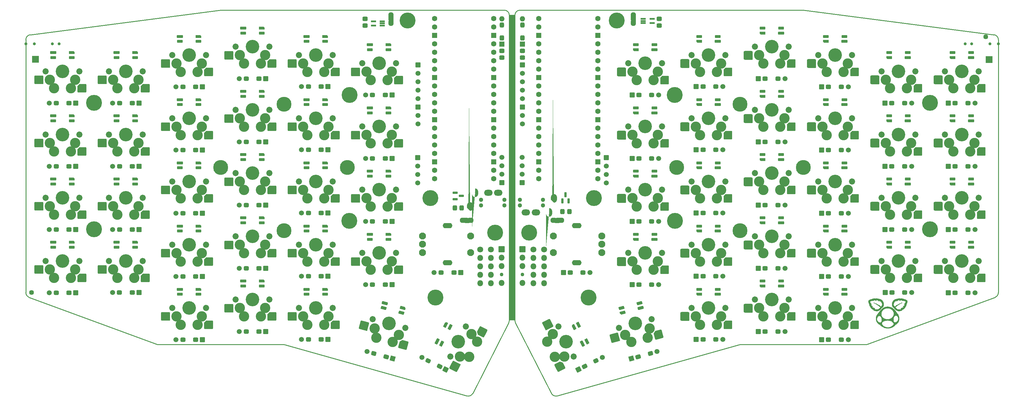
<source format=gts>
%TF.GenerationSoftware,KiCad,Pcbnew,7.0.10*%
%TF.CreationDate,2024-03-01T16:33:51-05:00*%
%TF.ProjectId,Sofle_Pico_Panel,536f666c-655f-4506-9963-6f5f50616e65,v3.5.4*%
%TF.SameCoordinates,Original*%
%TF.FileFunction,Soldermask,Top*%
%TF.FilePolarity,Negative*%
%FSLAX46Y46*%
G04 Gerber Fmt 4.6, Leading zero omitted, Abs format (unit mm)*
G04 Created by KiCad (PCBNEW 7.0.10) date 2024-03-01 16:33:51*
%MOMM*%
%LPD*%
G01*
G04 APERTURE LIST*
G04 Aperture macros list*
%AMRoundRect*
0 Rectangle with rounded corners*
0 $1 Rounding radius*
0 $2 $3 $4 $5 $6 $7 $8 $9 X,Y pos of 4 corners*
0 Add a 4 corners polygon primitive as box body*
4,1,4,$2,$3,$4,$5,$6,$7,$8,$9,$2,$3,0*
0 Add four circle primitives for the rounded corners*
1,1,$1+$1,$2,$3*
1,1,$1+$1,$4,$5*
1,1,$1+$1,$6,$7*
1,1,$1+$1,$8,$9*
0 Add four rect primitives between the rounded corners*
20,1,$1+$1,$2,$3,$4,$5,0*
20,1,$1+$1,$4,$5,$6,$7,0*
20,1,$1+$1,$6,$7,$8,$9,0*
20,1,$1+$1,$8,$9,$2,$3,0*%
%AMFreePoly0*
4,1,35,1.009754,1.309039,1.105425,1.290009,1.123449,1.282544,1.204555,1.228351,1.218351,1.214555,1.272544,1.133449,1.280009,1.115425,1.299039,1.019754,1.300000,1.010000,1.300000,-0.635000,1.285355,-0.670355,0.660355,-1.295355,0.625000,-1.310000,-1.000000,-1.310000,-1.009754,-1.309039,-1.105425,-1.290009,-1.123449,-1.282544,-1.204555,-1.228351,-1.218351,-1.214555,-1.272544,-1.133449,
-1.280009,-1.115425,-1.299039,-1.019754,-1.300000,-1.010000,-1.300000,1.010000,-1.299039,1.019754,-1.280009,1.115425,-1.272544,1.133449,-1.218351,1.214555,-1.204555,1.228351,-1.123449,1.282544,-1.105425,1.290009,-1.009754,1.309039,-1.000000,1.310000,1.000000,1.310000,1.009754,1.309039,1.009754,1.309039,$1*%
%AMFreePoly1*
4,1,34,1.031754,1.314039,1.128573,1.294781,1.146598,1.287315,1.228677,1.232471,1.242471,1.218677,1.297315,1.136598,1.304781,1.118573,1.324039,1.021754,1.325000,1.012000,1.325000,-1.012000,1.324039,-1.021754,1.304781,-1.118573,1.297315,-1.136598,1.242471,-1.218677,1.228677,-1.232471,1.146598,-1.287315,1.128573,-1.294781,1.031754,-1.314039,1.022000,-1.315000,-1.022000,-1.315000,
-1.031754,-1.314039,-1.128573,-1.294781,-1.146598,-1.287315,-1.228677,-1.232471,-1.242471,-1.218677,-1.297315,-1.136598,-1.304781,-1.118573,-1.324039,-1.021754,-1.325000,-1.012000,-1.325000,1.265000,-1.310355,1.300355,-1.275000,1.315000,1.022000,1.315000,1.031754,1.314039,1.031754,1.314039,$1*%
%AMFreePoly2*
4,1,35,0.686755,0.459039,0.733825,0.449676,0.751849,0.442210,0.791753,0.415547,0.805547,0.401753,0.832210,0.361849,0.839676,0.343825,0.849039,0.296755,0.850000,0.287000,0.850000,-0.287000,0.849039,-0.296755,0.839676,-0.343825,0.832210,-0.361849,0.805547,-0.401753,0.791753,-0.415547,0.751849,-0.442210,0.733825,-0.449676,0.686755,-0.459039,0.677000,-0.460000,-0.472000,-0.460000,
-0.507355,-0.445355,-0.835355,-0.117355,-0.850000,-0.082000,-0.850000,0.287000,-0.849039,0.296755,-0.839676,0.343825,-0.832210,0.361849,-0.805547,0.401753,-0.791753,0.415547,-0.751849,0.442210,-0.733825,0.449676,-0.686755,0.459039,-0.677000,0.460000,0.677000,0.460000,0.686755,0.459039,0.686755,0.459039,$1*%
%AMFreePoly3*
4,1,39,0.560355,0.785355,0.785355,0.560355,0.800000,0.525000,0.800000,-0.525000,0.785355,-0.560355,0.560355,-0.785355,0.525000,-0.800000,0.000000,-0.800000,-0.005082,-0.799741,-0.156745,-0.784246,-0.167390,-0.781967,-0.332691,-0.727193,-0.343213,-0.722287,-0.491426,-0.630868,-0.500532,-0.623667,-0.623667,-0.500532,-0.630868,-0.491426,-0.722287,-0.343213,-0.727193,-0.332691,-0.781967,-0.167390,
-0.784246,-0.156745,-0.799741,-0.005082,-0.799741,0.005082,-0.784246,0.156745,-0.781967,0.167390,-0.727193,0.332691,-0.722287,0.343213,-0.630868,0.491426,-0.623667,0.500532,-0.500532,0.623667,-0.491426,0.630868,-0.343213,0.722287,-0.332691,0.727193,-0.167390,0.781967,-0.156745,0.784246,-0.005082,0.799741,0.000000,0.800000,0.525000,0.800000,0.560355,0.785355,0.560355,0.785355,
$1*%
%AMFreePoly4*
4,1,14,0.535355,0.785355,0.550000,0.750000,0.550000,-0.750000,0.535355,-0.785355,0.500000,-0.800000,0.250000,-0.800000,0.214645,-0.785355,-0.535355,-0.035355,-0.550000,0.000000,-0.535355,0.035355,0.214645,0.785355,0.250000,0.800000,0.500000,0.800000,0.535355,0.785355,0.535355,0.785355,$1*%
%AMFreePoly5*
4,1,16,1.025355,0.785355,1.040000,0.750000,1.025355,0.714645,0.310710,0.000000,1.025355,-0.714645,1.040000,-0.750000,1.025355,-0.785355,0.990000,-0.800000,-0.260000,-0.800000,-0.295355,-0.785355,-0.310000,-0.750000,-0.310000,0.750000,-0.295355,0.785355,-0.260000,0.800000,0.990000,0.800000,1.025355,0.785355,1.025355,0.785355,$1*%
%AMFreePoly6*
4,1,39,0.005082,0.799741,0.156745,0.784246,0.167390,0.781967,0.332691,0.727193,0.343213,0.722287,0.491426,0.630868,0.500532,0.623667,0.623667,0.500532,0.630868,0.491426,0.722287,0.343213,0.727193,0.332691,0.781967,0.167390,0.784246,0.156745,0.799741,0.005082,0.799741,-0.005082,0.784246,-0.156745,0.781967,-0.167390,0.727193,-0.332691,0.722287,-0.343213,0.630868,-0.491426,
0.623667,-0.500532,0.500532,-0.623667,0.491426,-0.630868,0.343213,-0.722287,0.332691,-0.727193,0.167390,-0.781967,0.156745,-0.784246,0.005082,-0.799741,0.000000,-0.800000,-0.600000,-0.800000,-0.635355,-0.785355,-0.785355,-0.635355,-0.800000,-0.600000,-0.800000,0.600000,-0.785355,0.635355,-0.635355,0.785355,-0.600000,0.800000,0.000000,0.800000,0.005082,0.799741,0.005082,0.799741,
$1*%
%AMFreePoly7*
4,1,56,0.118133,1.292104,0.126817,1.290741,0.305186,1.246382,0.315334,1.242654,0.479998,1.160989,0.489108,1.155166,0.632366,1.040012,0.640012,1.032366,0.755166,0.889108,0.760989,0.879998,0.842654,0.715334,0.846382,0.705186,0.890741,0.526817,0.892104,0.518133,0.899885,0.403383,0.900000,0.400000,0.900000,-0.400000,0.899885,-0.403383,0.892104,-0.518133,0.890741,-0.526817,
0.846382,-0.705186,0.842654,-0.715334,0.760989,-0.879998,0.755166,-0.889108,0.640012,-1.032366,0.632366,-1.040012,0.489108,-1.155166,0.479998,-1.160989,0.315334,-1.242654,0.305186,-1.246382,0.126817,-1.290741,0.118133,-1.292104,0.003383,-1.299885,-0.032882,-1.287666,-0.035355,-1.285355,-0.885355,-0.435355,-0.900000,-0.400000,-0.900000,0.400000,-0.899885,0.403383,-0.892104,0.518133,
-0.890741,0.526817,-0.846382,0.705186,-0.842654,0.715334,-0.760989,0.879998,-0.755166,0.889108,-0.640012,1.032366,-0.632366,1.040012,-0.489108,1.155166,-0.479998,1.160989,-0.315334,1.242654,-0.305186,1.246382,-0.126817,1.290741,-0.118133,1.292104,-0.003383,1.299885,0.003383,1.299885,0.118133,1.292104,0.118133,1.292104,$1*%
%AMFreePoly8*
4,1,56,0.003383,1.299885,0.118133,1.292104,0.126817,1.290741,0.305186,1.246382,0.315334,1.242654,0.479998,1.160989,0.489108,1.155166,0.632366,1.040012,0.640012,1.032366,0.755166,0.889108,0.760989,0.879998,0.842654,0.715334,0.846382,0.705186,0.890741,0.526817,0.892104,0.518133,0.899885,0.403383,0.900000,0.400000,0.900000,-0.400000,0.899885,-0.403383,0.892104,-0.518133,
0.890741,-0.526817,0.846382,-0.705186,0.842654,-0.715334,0.760989,-0.879998,0.755166,-0.889108,0.640012,-1.032366,0.632366,-1.040012,0.489108,-1.155166,0.479998,-1.160989,0.315334,-1.242654,0.305186,-1.246382,0.126817,-1.290741,0.118133,-1.292104,0.003383,-1.299885,-0.003383,-1.299885,-0.118133,-1.292104,-0.126817,-1.290741,-0.305186,-1.246382,-0.315334,-1.242654,-0.479998,-1.160989,
-0.489108,-1.155166,-0.632366,-1.040012,-0.640012,-1.032366,-0.755166,-0.889108,-0.760989,-0.879998,-0.842654,-0.715334,-0.846382,-0.705186,-0.890741,-0.526817,-0.892104,-0.518133,-0.899885,-0.403383,-0.900000,-0.400000,-0.900000,0.400000,-0.885355,0.435355,-0.035355,1.285355,0.000000,1.300000,0.003383,1.299885,0.003383,1.299885,$1*%
%AMFreePoly9*
4,1,34,1.032754,1.309039,1.129190,1.289857,1.147215,1.282391,1.228970,1.227764,1.242764,1.213970,1.297391,1.132215,1.304857,1.114190,1.324039,1.017754,1.325000,1.008000,1.325000,-1.260000,1.310355,-1.295355,1.275000,-1.310000,-1.023000,-1.310000,-1.032754,-1.309039,-1.129190,-1.289857,-1.147215,-1.282391,-1.228970,-1.227764,-1.242764,-1.213970,-1.297391,-1.132215,-1.304857,-1.114190,
-1.324039,-1.017754,-1.325000,-1.008000,-1.325000,1.008000,-1.324039,1.017754,-1.304857,1.114190,-1.297391,1.132215,-1.242764,1.213970,-1.228970,1.227764,-1.147215,1.282391,-1.129190,1.289857,-1.032754,1.309039,-1.023000,1.310000,1.023000,1.310000,1.032754,1.309039,1.032754,1.309039,$1*%
%AMFreePoly10*
4,1,35,1.032754,1.309039,1.129190,1.289857,1.147215,1.282391,1.228970,1.227764,1.242764,1.213970,1.297391,1.132215,1.304857,1.114190,1.324039,1.017754,1.325000,1.008000,1.325000,-1.008000,1.324039,-1.017754,1.304857,-1.114190,1.297391,-1.132215,1.242764,-1.213970,1.228970,-1.227764,1.147215,-1.282391,1.129190,-1.289857,1.032754,-1.309039,1.023000,-1.310000,-1.023000,-1.310000,
-1.032754,-1.309039,-1.129190,-1.289857,-1.147215,-1.282391,-1.228970,-1.227764,-1.242764,-1.213970,-1.297391,-1.132215,-1.304857,-1.114190,-1.324039,-1.017754,-1.325000,-1.008000,-1.325000,0.630000,-1.310355,0.665355,-0.680355,1.295355,-0.645000,1.310000,1.023000,1.310000,1.032754,1.309039,1.032754,1.309039,$1*%
%AMFreePoly11*
4,1,14,-0.214645,0.785355,0.535355,0.035355,0.550000,0.000000,0.535355,-0.035355,-0.214645,-0.785355,-0.250000,-0.800000,-0.500000,-0.800000,-0.535355,-0.785355,-0.550000,-0.750000,-0.550000,0.750000,-0.535355,0.785355,-0.500000,0.800000,-0.250000,0.800000,-0.214645,0.785355,-0.214645,0.785355,$1*%
%AMFreePoly12*
4,1,16,0.295355,0.785355,0.310000,0.750000,0.310000,-0.750000,0.295355,-0.785355,0.260000,-0.800000,-0.990000,-0.800000,-1.025355,-0.785355,-1.040000,-0.750000,-1.025355,-0.714645,-0.310710,0.000000,-1.025355,0.714645,-1.040000,0.750000,-1.025355,0.785355,-0.990000,0.800000,0.260000,0.800000,0.295355,0.785355,0.295355,0.785355,$1*%
G04 Aperture macros list end*
%ADD10C,0.250000*%
%ADD11C,0.100000*%
%ADD12C,0.022619*%
%ADD13RoundRect,0.050000X-0.700000X-0.700000X0.700000X-0.700000X0.700000X0.700000X-0.700000X0.700000X0*%
%ADD14RoundRect,0.325000X-0.475000X-0.325000X0.475000X-0.325000X0.475000X0.325000X-0.475000X0.325000X0*%
%ADD15RoundRect,0.325000X-0.425000X-0.325000X0.425000X-0.325000X0.425000X0.325000X-0.425000X0.325000X0*%
%ADD16C,1.500000*%
%ADD17RoundRect,0.050000X-0.305911X-0.941498X0.941498X-0.305911X0.305911X0.941498X-0.941498X0.305911X0*%
%ADD18RoundRect,0.325000X-0.275681X-0.505223X0.570775X-0.073932X0.275681X0.505223X-0.570775X0.073932X0*%
%ADD19RoundRect,0.325000X-0.231131X-0.482523X0.526225X-0.096631X0.231131X0.482523X-0.526225X0.096631X0*%
%ADD20C,1.850000*%
%ADD21C,3.100000*%
%ADD22C,4.087800*%
%ADD23FreePoly0,180.000000*%
%ADD24FreePoly1,180.000000*%
%ADD25FreePoly0,117.000000*%
%ADD26FreePoly1,117.000000*%
%ADD27FreePoly0,195.000000*%
%ADD28FreePoly1,195.000000*%
%ADD29C,4.800000*%
%ADD30RoundRect,0.050000X-0.494975X-0.857321X0.857321X-0.494975X0.494975X0.857321X-0.857321X0.494975X0*%
%ADD31RoundRect,0.325000X-0.374699X-0.436865X0.542931X-0.190987X0.374699X0.436865X-0.542931X0.190987X0*%
%ADD32RoundRect,0.325000X-0.326402X-0.423924X0.494635X-0.203928X0.326402X0.423924X-0.494635X0.203928X0*%
%ADD33FreePoly2,180.000000*%
%ADD34RoundRect,0.138000X-0.712000X-0.322000X0.712000X-0.322000X0.712000X0.322000X-0.712000X0.322000X0*%
%ADD35RoundRect,0.138000X0.712000X0.322000X-0.712000X0.322000X-0.712000X-0.322000X0.712000X-0.322000X0*%
%ADD36RoundRect,0.138000X0.762000X0.322000X-0.762000X0.322000X-0.762000X-0.322000X0.762000X-0.322000X0*%
%ADD37FreePoly2,0.000000*%
%ADD38RoundRect,0.138000X-0.762000X-0.322000X0.762000X-0.322000X0.762000X0.322000X-0.762000X0.322000X0*%
%ADD39RoundRect,0.050000X0.700000X0.700000X-0.700000X0.700000X-0.700000X-0.700000X0.700000X-0.700000X0*%
%ADD40RoundRect,0.325000X0.475000X0.325000X-0.475000X0.325000X-0.475000X-0.325000X0.475000X-0.325000X0*%
%ADD41RoundRect,0.325000X0.425000X0.325000X-0.425000X0.325000X-0.425000X-0.325000X0.425000X-0.325000X0*%
%ADD42FreePoly3,90.000000*%
%ADD43FreePoly4,270.000000*%
%ADD44FreePoly5,270.000000*%
%ADD45FreePoly6,90.000000*%
%ADD46FreePoly2,15.000000*%
%ADD47RoundRect,0.138000X0.604399X0.495307X-0.771079X0.126749X-0.604399X-0.495307X0.771079X-0.126749X0*%
%ADD48RoundRect,0.138000X-0.604399X-0.495307X0.771079X-0.126749X0.604399X0.495307X-0.771079X0.126749X0*%
%ADD49RoundRect,0.138000X-0.652696X-0.508248X0.819375X-0.113808X0.652696X0.508248X-0.819375X0.113808X0*%
%ADD50C,1.497000*%
%ADD51RoundRect,0.050000X0.698500X-0.698500X0.698500X0.698500X-0.698500X0.698500X-0.698500X-0.698500X0*%
%ADD52FreePoly2,297.000000*%
%ADD53RoundRect,0.138000X0.610145X-0.488212X-0.036337X0.780582X-0.610145X0.488212X0.036337X-0.780582X0*%
%ADD54RoundRect,0.138000X-0.610145X0.488212X0.036337X-0.780582X0.610145X-0.488212X-0.036337X0.780582X0*%
%ADD55RoundRect,0.138000X-0.632845X0.532762X0.059037X-0.825132X0.632845X-0.532762X-0.059037X0.825132X0*%
%ADD56RoundRect,0.050000X0.750000X-0.750000X0.750000X0.750000X-0.750000X0.750000X-0.750000X-0.750000X0*%
%ADD57RoundRect,0.325000X0.325000X-0.475000X0.325000X0.475000X-0.325000X0.475000X-0.325000X-0.475000X0*%
%ADD58RoundRect,0.325000X0.325000X-0.425000X0.325000X0.425000X-0.325000X0.425000X-0.325000X-0.425000X0*%
%ADD59O,1.600000X1.600000*%
%ADD60RoundRect,0.271277X-0.503723X0.366223X-0.503723X-0.366223X0.503723X-0.366223X0.503723X0.366223X0*%
%ADD61C,1.448000*%
%ADD62RoundRect,0.050000X0.750000X0.200000X-0.750000X0.200000X-0.750000X-0.200000X0.750000X-0.200000X0*%
%ADD63FreePoly3,180.000000*%
%ADD64FreePoly4,0.000000*%
%ADD65FreePoly5,0.000000*%
%ADD66FreePoly6,180.000000*%
%ADD67RoundRect,0.050000X-0.698500X0.698500X-0.698500X-0.698500X0.698500X-0.698500X0.698500X0.698500X0*%
%ADD68RoundRect,0.050000X-1.000000X-1.000000X1.000000X-1.000000X1.000000X1.000000X-1.000000X1.000000X0*%
%ADD69C,4.500000*%
%ADD70FreePoly2,165.000000*%
%ADD71RoundRect,0.138000X-0.771079X-0.126749X0.604399X-0.495307X0.771079X0.126749X-0.604399X0.495307X0*%
%ADD72RoundRect,0.138000X0.771079X0.126749X-0.604399X0.495307X-0.771079X-0.126749X0.604399X-0.495307X0*%
%ADD73RoundRect,0.138000X0.819375X0.113808X-0.652696X0.508248X-0.819375X-0.113808X0.652696X-0.508248X0*%
%ADD74FreePoly2,243.000000*%
%ADD75RoundRect,0.138000X-0.036337X-0.780582X0.610145X0.488212X0.036337X0.780582X-0.610145X-0.488212X0*%
%ADD76RoundRect,0.138000X0.036337X0.780582X-0.610145X-0.488212X-0.036337X-0.780582X0.610145X0.488212X0*%
%ADD77RoundRect,0.138000X0.059037X0.825132X-0.632845X-0.532762X-0.059037X-0.825132X0.632845X0.532762X0*%
%ADD78C,0.900000*%
%ADD79RoundRect,0.050000X-0.750000X-0.200000X0.750000X-0.200000X0.750000X0.200000X-0.750000X0.200000X0*%
%ADD80RoundRect,0.271277X0.366223X0.503723X-0.366223X0.503723X-0.366223X-0.503723X0.366223X-0.503723X0*%
%ADD81RoundRect,0.271277X0.503723X-0.366223X0.503723X0.366223X-0.503723X0.366223X-0.503723X-0.366223X0*%
%ADD82O,2.900000X1.600000*%
%ADD83C,2.100000*%
%ADD84FreePoly3,0.000000*%
%ADD85FreePoly4,180.000000*%
%ADD86FreePoly5,180.000000*%
%ADD87FreePoly6,0.000000*%
%ADD88RoundRect,0.050000X0.941498X0.305911X-0.305911X0.941498X-0.941498X-0.305911X0.305911X-0.941498X0*%
%ADD89RoundRect,0.325000X0.570775X0.073932X-0.275681X0.505223X-0.570775X-0.073932X0.275681X-0.505223X0*%
%ADD90RoundRect,0.325000X0.526225X0.096631X-0.231131X0.482523X-0.526225X-0.096631X0.231131X-0.482523X0*%
%ADD91RoundRect,0.175000X0.175000X-0.612500X0.175000X0.612500X-0.175000X0.612500X-0.175000X-0.612500X0*%
%ADD92RoundRect,0.175000X-0.612500X-0.175000X0.612500X-0.175000X0.612500X0.175000X-0.612500X0.175000X0*%
%ADD93RoundRect,0.050000X0.857321X0.494975X-0.494975X0.857321X-0.857321X-0.494975X0.494975X-0.857321X0*%
%ADD94RoundRect,0.325000X0.542931X0.190987X-0.374699X0.436865X-0.542931X-0.190987X0.374699X-0.436865X0*%
%ADD95RoundRect,0.325000X0.494635X0.203928X-0.326402X0.423924X-0.494635X-0.203928X0.326402X-0.423924X0*%
%ADD96RoundRect,0.271277X-0.366223X-0.503723X0.366223X-0.503723X0.366223X0.503723X-0.366223X0.503723X0*%
%ADD97C,1.300000*%
%ADD98FreePoly7,270.000000*%
%ADD99FreePoly8,270.000000*%
%ADD100O,2.600000X1.800000*%
%ADD101C,1.100000*%
%ADD102RoundRect,0.050000X0.850000X0.850000X-0.850000X0.850000X-0.850000X-0.850000X0.850000X-0.850000X0*%
%ADD103O,1.800000X1.800000*%
%ADD104FreePoly9,-0.000000*%
%ADD105FreePoly10,-0.000000*%
%ADD106C,1.800000*%
%ADD107FreePoly11,90.000000*%
%ADD108FreePoly12,90.000000*%
%ADD109FreePoly7,90.000000*%
%ADD110FreePoly8,90.000000*%
%ADD111C,1.600000*%
%ADD112RoundRect,0.050000X0.750000X0.750000X-0.750000X0.750000X-0.750000X-0.750000X0.750000X-0.750000X0*%
%ADD113RoundRect,0.050000X1.000000X1.000000X-1.000000X1.000000X-1.000000X-1.000000X1.000000X-1.000000X0*%
%ADD114FreePoly9,63.000000*%
%ADD115FreePoly10,63.000000*%
%ADD116FreePoly9,345.000000*%
%ADD117FreePoly10,345.000000*%
G04 APERTURE END LIST*
D10*
X133054374Y-164190565D02*
X188069099Y-148695000D01*
X207119099Y-47945000D02*
X264432942Y-55343999D01*
X121847884Y-47945000D02*
G75*
G03*
X120347500Y-49445384I116J-1500500D01*
G01*
X-26767299Y-133044235D02*
G75*
G03*
X-25861563Y-134421497I1499702J-196D01*
G01*
X120347500Y-49445384D02*
X120347500Y-141500135D01*
X-26767299Y-133044235D02*
X-26767300Y-56844235D01*
X226169099Y-148695000D02*
X264863362Y-134422262D01*
X-25861563Y-134421497D02*
X12832700Y-148694235D01*
X105947434Y-164189768D02*
G75*
G03*
X107679818Y-163423971I395866J1446868D01*
G01*
X118654265Y-49444619D02*
G75*
G03*
X117153916Y-47944235I-1500365J19D01*
G01*
X118490802Y-142207048D02*
G75*
G03*
X118654299Y-141499370I-1338002J681848D01*
G01*
X131321969Y-163424741D02*
G75*
G03*
X133054374Y-164190564I1336531J681041D01*
G01*
X50932700Y-148694236D02*
X105947425Y-164189800D01*
X265769150Y-56845000D02*
G75*
G03*
X264432942Y-55343999I-1511050J100D01*
G01*
X117153916Y-47944235D02*
X31882700Y-47944235D01*
X265769099Y-56845000D02*
X265769099Y-133045000D01*
X-25431143Y-55343234D02*
X31882700Y-47944235D01*
X120347482Y-141500135D02*
G75*
G03*
X120510989Y-142207818I1501718J-25765D01*
G01*
X12832700Y-148694235D02*
X50932700Y-148694236D01*
X264863375Y-134422293D02*
G75*
G03*
X265769099Y-133045000I-593875J1376993D01*
G01*
X207119099Y-47945000D02*
X121847884Y-47945000D01*
X188069099Y-148695000D02*
X226169099Y-148695000D01*
X120510988Y-142207818D02*
X131321980Y-163424736D01*
D11*
X118650000Y-49400000D02*
X120350000Y-49400000D01*
X120350000Y-141325000D01*
X118650000Y-141325000D01*
X118650000Y-49400000D01*
G36*
X118650000Y-49400000D02*
G01*
X120350000Y-49400000D01*
X120350000Y-141325000D01*
X118650000Y-141325000D01*
X118650000Y-49400000D01*
G37*
D10*
X-25431143Y-55343234D02*
G75*
G03*
X-26767300Y-56844235I174944J-1500940D01*
G01*
X118654299Y-141499370D02*
X118654299Y-49444619D01*
X107679819Y-163423971D02*
X118490811Y-142207053D01*
D11*
X155247500Y-51375135D02*
X156647500Y-51375135D01*
X156647500Y-51375135D02*
X156647500Y-50185135D01*
X156647500Y-50185135D02*
X155247500Y-50185135D01*
X155247500Y-50185135D02*
X155247500Y-51375135D01*
G36*
X155247500Y-51375135D02*
G01*
X156647500Y-51375135D01*
X156647500Y-50185135D01*
X155247500Y-50185135D01*
X155247500Y-51375135D01*
G37*
X106557500Y-111995135D02*
X105367500Y-111995135D01*
X105367500Y-111995135D02*
X105367500Y-110595135D01*
X105367500Y-110595135D02*
X106557500Y-110595135D01*
X106557500Y-110595135D02*
X106557500Y-111995135D01*
G36*
X106557500Y-111995135D02*
G01*
X105367500Y-111995135D01*
X105367500Y-110595135D01*
X106557500Y-110595135D01*
X106557500Y-111995135D01*
G37*
X132430000Y-110600000D02*
X133620000Y-110600000D01*
X133620000Y-110600000D02*
X133620000Y-112000000D01*
X133620000Y-112000000D02*
X132430000Y-112000000D01*
X132430000Y-112000000D02*
X132430000Y-110600000D01*
G36*
X132430000Y-110600000D02*
G01*
X133620000Y-110600000D01*
X133620000Y-112000000D01*
X132430000Y-112000000D01*
X132430000Y-110600000D01*
G37*
D12*
X229110452Y-134813767D02*
X229150222Y-134815358D01*
X229190087Y-134817893D01*
X229230002Y-134821387D01*
X229269917Y-134825856D01*
X229309787Y-134831315D01*
X229349563Y-134837781D01*
X229389198Y-134845268D01*
X229428646Y-134853794D01*
X229467859Y-134863373D01*
X229506789Y-134874021D01*
X229545389Y-134885754D01*
X229583613Y-134898588D01*
X229621412Y-134912538D01*
X229658740Y-134927621D01*
X229739692Y-134924164D01*
X229821350Y-134926497D01*
X229903425Y-134934491D01*
X229985627Y-134948019D01*
X230067666Y-134966951D01*
X230149250Y-134991159D01*
X230230091Y-135020514D01*
X230309898Y-135054888D01*
X230388381Y-135094152D01*
X230465249Y-135138177D01*
X230540213Y-135186835D01*
X230612983Y-135239998D01*
X230683267Y-135297536D01*
X230750777Y-135359322D01*
X230815221Y-135425226D01*
X230876310Y-135495120D01*
X230933754Y-135568876D01*
X230987262Y-135646364D01*
X231036545Y-135727456D01*
X231081311Y-135812024D01*
X231121272Y-135899939D01*
X231156136Y-135991073D01*
X231185614Y-136085296D01*
X231209415Y-136182481D01*
X231227250Y-136282499D01*
X231238828Y-136385220D01*
X231243858Y-136490517D01*
X231242052Y-136598261D01*
X231233118Y-136708323D01*
X231216767Y-136820575D01*
X231192708Y-136934889D01*
X231160651Y-137051135D01*
X231142578Y-137096884D01*
X231122313Y-137141596D01*
X231099942Y-137185222D01*
X231075548Y-137227712D01*
X231049215Y-137269018D01*
X231021029Y-137309090D01*
X230991072Y-137347880D01*
X230959429Y-137385338D01*
X230926185Y-137421416D01*
X230891424Y-137456065D01*
X230855230Y-137489236D01*
X230817686Y-137520879D01*
X230778878Y-137550947D01*
X230738889Y-137579389D01*
X230697804Y-137606157D01*
X230655708Y-137631202D01*
X230606871Y-137705397D01*
X230557037Y-137776792D01*
X230505954Y-137845462D01*
X230453366Y-137911480D01*
X230399019Y-137974920D01*
X230342659Y-138035857D01*
X230284032Y-138094365D01*
X230222883Y-138150518D01*
X230158960Y-138204390D01*
X230092006Y-138256055D01*
X230021768Y-138305587D01*
X229947993Y-138353060D01*
X229870425Y-138398549D01*
X229788810Y-138442127D01*
X229702895Y-138483869D01*
X229612425Y-138523848D01*
X229534609Y-138544495D01*
X229444709Y-138560989D01*
X229344698Y-138572855D01*
X229236547Y-138579622D01*
X229122229Y-138580816D01*
X229003713Y-138575963D01*
X228882974Y-138564592D01*
X228761982Y-138546230D01*
X228642709Y-138520402D01*
X228527127Y-138486637D01*
X228471336Y-138466629D01*
X228417208Y-138444460D01*
X228364988Y-138420071D01*
X228314923Y-138393401D01*
X228267260Y-138364391D01*
X228222245Y-138332984D01*
X228180124Y-138299119D01*
X228141145Y-138262738D01*
X228105553Y-138223780D01*
X228073595Y-138182189D01*
X228045517Y-138137903D01*
X228021566Y-138090864D01*
X227946436Y-138062559D01*
X227900283Y-138043645D01*
X227849610Y-138020852D01*
X227795321Y-137993652D01*
X227738320Y-137961514D01*
X227679511Y-137923912D01*
X227619797Y-137880315D01*
X227560083Y-137830194D01*
X227501272Y-137773022D01*
X227472488Y-137741626D01*
X227444269Y-137708269D01*
X227416727Y-137672885D01*
X227389977Y-137635407D01*
X227364130Y-137595769D01*
X227339300Y-137553906D01*
X227315599Y-137509751D01*
X227293141Y-137463238D01*
X227272039Y-137414301D01*
X227252406Y-137362874D01*
X227234355Y-137308891D01*
X227217998Y-137252285D01*
X227181029Y-137216833D01*
X227146285Y-137178367D01*
X227113796Y-137137196D01*
X227083592Y-137093633D01*
X227055703Y-137047987D01*
X227030159Y-137000568D01*
X227006989Y-136951688D01*
X226986224Y-136901656D01*
X226967894Y-136850784D01*
X226952028Y-136799382D01*
X226938657Y-136747760D01*
X226927810Y-136696230D01*
X226919517Y-136645101D01*
X226913809Y-136594683D01*
X226910715Y-136545289D01*
X226910265Y-136497228D01*
X226890318Y-136469277D01*
X226871440Y-136440008D01*
X226853585Y-136409557D01*
X226836708Y-136378060D01*
X226820764Y-136345653D01*
X226805708Y-136312474D01*
X226791494Y-136278659D01*
X226778077Y-136244343D01*
X226753453Y-136174758D01*
X226731473Y-136104810D01*
X226711776Y-136035590D01*
X226693999Y-135968190D01*
X226685537Y-135929290D01*
X226677647Y-135890173D01*
X226670581Y-135850866D01*
X226664593Y-135811391D01*
X226659934Y-135771775D01*
X226658183Y-135751921D01*
X226656859Y-135732040D01*
X226655994Y-135712137D01*
X226655744Y-135698827D01*
X227119683Y-135698827D01*
X227125020Y-135760521D01*
X227134588Y-135819422D01*
X227147989Y-135875590D01*
X227164825Y-135929085D01*
X227184697Y-135979967D01*
X227207207Y-136028296D01*
X227231955Y-136074133D01*
X227258545Y-136117536D01*
X227286576Y-136158567D01*
X227315650Y-136197285D01*
X227375336Y-136268023D01*
X227434413Y-136330231D01*
X227489694Y-136384388D01*
X227537990Y-136430975D01*
X227576114Y-136470472D01*
X227590364Y-136487712D01*
X227600876Y-136503360D01*
X227607251Y-136517475D01*
X227609089Y-136530118D01*
X227605994Y-136541349D01*
X227597565Y-136551228D01*
X227583406Y-136559814D01*
X227563116Y-136567169D01*
X227536298Y-136573351D01*
X227502553Y-136578421D01*
X227412689Y-136585465D01*
X227420909Y-136639486D01*
X227434089Y-136690912D01*
X227451741Y-136739798D01*
X227473384Y-136786196D01*
X227498530Y-136830159D01*
X227526696Y-136871740D01*
X227557398Y-136910992D01*
X227590151Y-136947969D01*
X227624469Y-136982723D01*
X227659869Y-137015307D01*
X227731974Y-137074177D01*
X227802590Y-137125004D01*
X227867839Y-137168212D01*
X227966730Y-137233466D01*
X227982041Y-137245680D01*
X227992618Y-137256360D01*
X227997976Y-137265560D01*
X227997631Y-137273331D01*
X227991098Y-137279728D01*
X227977893Y-137284803D01*
X227957531Y-137288609D01*
X227929527Y-137291199D01*
X227848656Y-137292943D01*
X227731403Y-137290461D01*
X227751271Y-137328587D01*
X227776494Y-137364538D01*
X227806548Y-137398417D01*
X227840912Y-137430326D01*
X227879063Y-137460369D01*
X227920479Y-137488649D01*
X227964637Y-137515267D01*
X228011015Y-137540328D01*
X228108340Y-137586186D01*
X228208277Y-137627045D01*
X228399266Y-137697057D01*
X228481959Y-137727855D01*
X228550547Y-137756944D01*
X228578245Y-137771104D01*
X228600850Y-137785146D01*
X228617838Y-137799172D01*
X228628688Y-137813285D01*
X228632877Y-137827587D01*
X228629882Y-137842182D01*
X228619182Y-137857172D01*
X228600254Y-137872660D01*
X228572575Y-137888749D01*
X228535624Y-137905541D01*
X228488877Y-137923140D01*
X228431812Y-137941648D01*
X228519188Y-137987400D01*
X228613133Y-138029633D01*
X228712955Y-138066895D01*
X228817957Y-138097734D01*
X228927443Y-138120697D01*
X229040719Y-138134331D01*
X229098561Y-138137196D01*
X229157090Y-138137183D01*
X229216218Y-138134113D01*
X229275859Y-138127802D01*
X229335925Y-138118069D01*
X229396331Y-138104733D01*
X229456989Y-138087612D01*
X229517812Y-138066525D01*
X229578713Y-138041290D01*
X229639605Y-138011725D01*
X229700402Y-137977649D01*
X229761016Y-137938880D01*
X229821360Y-137895236D01*
X229881348Y-137846537D01*
X229940893Y-137792600D01*
X229999908Y-137733244D01*
X230058305Y-137668287D01*
X230115998Y-137597548D01*
X230172901Y-137520845D01*
X230228925Y-137437997D01*
X230160627Y-137365567D01*
X230085347Y-137291586D01*
X230002837Y-137215988D01*
X229912849Y-137138706D01*
X229815135Y-137059675D01*
X229709445Y-136978828D01*
X229473145Y-136811421D01*
X229201960Y-136635955D01*
X228893903Y-136451902D01*
X228546986Y-136258730D01*
X228159219Y-136055911D01*
X228317274Y-136110052D01*
X228473301Y-136166491D01*
X228627234Y-136225303D01*
X228779008Y-136286560D01*
X228928555Y-136350335D01*
X229075809Y-136416702D01*
X229220705Y-136485732D01*
X229363175Y-136557498D01*
X229503153Y-136632075D01*
X229640574Y-136709534D01*
X229775370Y-136789950D01*
X229907475Y-136873393D01*
X230036823Y-136959939D01*
X230163347Y-137049659D01*
X230286982Y-137142626D01*
X230407661Y-137238914D01*
X230472469Y-137201015D01*
X230530638Y-137158666D01*
X230582298Y-137112192D01*
X230627580Y-137061922D01*
X230666616Y-137008183D01*
X230699538Y-136951300D01*
X230726477Y-136891602D01*
X230747564Y-136829416D01*
X230762931Y-136765067D01*
X230772709Y-136698885D01*
X230777029Y-136631194D01*
X230776024Y-136562324D01*
X230769824Y-136492599D01*
X230758561Y-136422349D01*
X230742367Y-136351899D01*
X230721372Y-136281576D01*
X230695708Y-136211709D01*
X230665507Y-136142623D01*
X230630900Y-136074645D01*
X230592018Y-136008104D01*
X230548994Y-135943325D01*
X230501957Y-135880637D01*
X230451041Y-135820365D01*
X230396375Y-135762837D01*
X230338093Y-135708380D01*
X230276324Y-135657321D01*
X230211200Y-135609987D01*
X230142854Y-135566705D01*
X230071416Y-135527802D01*
X229997018Y-135493605D01*
X229919790Y-135464442D01*
X229839866Y-135440639D01*
X229843898Y-135484329D01*
X229845257Y-135521151D01*
X229844031Y-135551467D01*
X229840310Y-135575641D01*
X229834182Y-135594036D01*
X229825735Y-135607014D01*
X229815060Y-135614939D01*
X229802244Y-135618174D01*
X229787377Y-135617082D01*
X229770548Y-135612027D01*
X229751844Y-135603371D01*
X229731356Y-135591477D01*
X229685381Y-135559431D01*
X229633334Y-135518792D01*
X229513864Y-135423357D01*
X229447864Y-135374372D01*
X229378635Y-135328414D01*
X229343031Y-135307479D01*
X229306887Y-135288390D01*
X229270291Y-135271510D01*
X229233333Y-135257203D01*
X229196100Y-135245832D01*
X229158682Y-135237759D01*
X229121168Y-135233349D01*
X229083646Y-135232964D01*
X229073648Y-135233589D01*
X229063654Y-135234535D01*
X229053668Y-135235810D01*
X229043690Y-135237417D01*
X229033726Y-135239365D01*
X229023776Y-135241658D01*
X229013845Y-135244302D01*
X229003935Y-135247304D01*
X229038522Y-135331800D01*
X229048738Y-135364947D01*
X229054470Y-135392498D01*
X229055897Y-135414809D01*
X229053194Y-135432234D01*
X229046540Y-135445128D01*
X229036110Y-135453844D01*
X229022082Y-135458738D01*
X229004632Y-135460163D01*
X228983938Y-135458476D01*
X228960176Y-135454029D01*
X228904158Y-135438275D01*
X228837993Y-135415739D01*
X228680884Y-135361665D01*
X228592770Y-135335797D01*
X228500171Y-135314492D01*
X228452631Y-135306435D01*
X228404501Y-135300583D01*
X228355958Y-135297289D01*
X228307177Y-135296908D01*
X228258337Y-135299794D01*
X228209614Y-135306302D01*
X228161185Y-135316786D01*
X228113227Y-135331601D01*
X228175758Y-135403245D01*
X228213398Y-135454606D01*
X228223438Y-135473604D01*
X228227920Y-135488640D01*
X228227066Y-135500082D01*
X228221098Y-135508300D01*
X228210236Y-135513665D01*
X228194703Y-135516544D01*
X228150509Y-135516324D01*
X228015817Y-135502319D01*
X227928865Y-135494444D01*
X227831205Y-135489926D01*
X227724611Y-135491721D01*
X227610856Y-135502785D01*
X227551847Y-135512716D01*
X227491713Y-135526073D01*
X227430675Y-135543224D01*
X227368954Y-135564539D01*
X227306773Y-135590387D01*
X227244353Y-135621138D01*
X227181916Y-135657162D01*
X227119683Y-135698827D01*
X226655744Y-135698827D01*
X226655619Y-135692213D01*
X226655767Y-135672273D01*
X226656469Y-135652318D01*
X226657592Y-135632014D01*
X226659783Y-135611825D01*
X226663023Y-135591796D01*
X226667292Y-135571975D01*
X226672570Y-135552410D01*
X226678839Y-135533147D01*
X226686077Y-135514234D01*
X226694267Y-135495717D01*
X226703387Y-135477644D01*
X226713420Y-135460062D01*
X226724344Y-135443018D01*
X226736142Y-135426559D01*
X226748792Y-135410732D01*
X226762276Y-135395585D01*
X226776574Y-135381164D01*
X226791667Y-135367516D01*
X226834893Y-135333896D01*
X226879348Y-135301989D01*
X226924961Y-135271802D01*
X226971660Y-135243340D01*
X227019375Y-135216611D01*
X227068033Y-135191620D01*
X227117564Y-135168374D01*
X227167896Y-135146880D01*
X227218958Y-135127143D01*
X227270679Y-135109169D01*
X227322987Y-135092966D01*
X227375811Y-135078540D01*
X227429080Y-135065896D01*
X227482723Y-135055042D01*
X227536667Y-135045982D01*
X227590843Y-135038725D01*
X227612476Y-135024881D01*
X227634555Y-135012274D01*
X227657062Y-135000767D01*
X227679977Y-134990222D01*
X227703281Y-134980500D01*
X227726953Y-134971464D01*
X227775325Y-134954894D01*
X227875632Y-134923904D01*
X227927253Y-134907273D01*
X227953362Y-134898190D01*
X227979644Y-134888411D01*
X228018204Y-134876959D01*
X228058540Y-134866678D01*
X228100404Y-134857594D01*
X228143551Y-134849730D01*
X228187735Y-134843108D01*
X228232710Y-134837753D01*
X228278228Y-134833688D01*
X228324046Y-134830936D01*
X228369915Y-134829521D01*
X228415590Y-134829466D01*
X228460825Y-134830795D01*
X228505374Y-134833532D01*
X228548991Y-134837699D01*
X228591429Y-134843321D01*
X228632442Y-134850420D01*
X228671785Y-134859020D01*
X228714108Y-134849274D01*
X228757345Y-134840627D01*
X228801415Y-134833106D01*
X228846235Y-134826738D01*
X228891724Y-134821552D01*
X228937800Y-134817573D01*
X228984382Y-134814831D01*
X229031388Y-134813351D01*
X229070825Y-134813103D01*
X229110452Y-134813767D01*
G36*
X229110452Y-134813767D02*
G01*
X229150222Y-134815358D01*
X229190087Y-134817893D01*
X229230002Y-134821387D01*
X229269917Y-134825856D01*
X229309787Y-134831315D01*
X229349563Y-134837781D01*
X229389198Y-134845268D01*
X229428646Y-134853794D01*
X229467859Y-134863373D01*
X229506789Y-134874021D01*
X229545389Y-134885754D01*
X229583613Y-134898588D01*
X229621412Y-134912538D01*
X229658740Y-134927621D01*
X229739692Y-134924164D01*
X229821350Y-134926497D01*
X229903425Y-134934491D01*
X229985627Y-134948019D01*
X230067666Y-134966951D01*
X230149250Y-134991159D01*
X230230091Y-135020514D01*
X230309898Y-135054888D01*
X230388381Y-135094152D01*
X230465249Y-135138177D01*
X230540213Y-135186835D01*
X230612983Y-135239998D01*
X230683267Y-135297536D01*
X230750777Y-135359322D01*
X230815221Y-135425226D01*
X230876310Y-135495120D01*
X230933754Y-135568876D01*
X230987262Y-135646364D01*
X231036545Y-135727456D01*
X231081311Y-135812024D01*
X231121272Y-135899939D01*
X231156136Y-135991073D01*
X231185614Y-136085296D01*
X231209415Y-136182481D01*
X231227250Y-136282499D01*
X231238828Y-136385220D01*
X231243858Y-136490517D01*
X231242052Y-136598261D01*
X231233118Y-136708323D01*
X231216767Y-136820575D01*
X231192708Y-136934889D01*
X231160651Y-137051135D01*
X231142578Y-137096884D01*
X231122313Y-137141596D01*
X231099942Y-137185222D01*
X231075548Y-137227712D01*
X231049215Y-137269018D01*
X231021029Y-137309090D01*
X230991072Y-137347880D01*
X230959429Y-137385338D01*
X230926185Y-137421416D01*
X230891424Y-137456065D01*
X230855230Y-137489236D01*
X230817686Y-137520879D01*
X230778878Y-137550947D01*
X230738889Y-137579389D01*
X230697804Y-137606157D01*
X230655708Y-137631202D01*
X230606871Y-137705397D01*
X230557037Y-137776792D01*
X230505954Y-137845462D01*
X230453366Y-137911480D01*
X230399019Y-137974920D01*
X230342659Y-138035857D01*
X230284032Y-138094365D01*
X230222883Y-138150518D01*
X230158960Y-138204390D01*
X230092006Y-138256055D01*
X230021768Y-138305587D01*
X229947993Y-138353060D01*
X229870425Y-138398549D01*
X229788810Y-138442127D01*
X229702895Y-138483869D01*
X229612425Y-138523848D01*
X229534609Y-138544495D01*
X229444709Y-138560989D01*
X229344698Y-138572855D01*
X229236547Y-138579622D01*
X229122229Y-138580816D01*
X229003713Y-138575963D01*
X228882974Y-138564592D01*
X228761982Y-138546230D01*
X228642709Y-138520402D01*
X228527127Y-138486637D01*
X228471336Y-138466629D01*
X228417208Y-138444460D01*
X228364988Y-138420071D01*
X228314923Y-138393401D01*
X228267260Y-138364391D01*
X228222245Y-138332984D01*
X228180124Y-138299119D01*
X228141145Y-138262738D01*
X228105553Y-138223780D01*
X228073595Y-138182189D01*
X228045517Y-138137903D01*
X228021566Y-138090864D01*
X227946436Y-138062559D01*
X227900283Y-138043645D01*
X227849610Y-138020852D01*
X227795321Y-137993652D01*
X227738320Y-137961514D01*
X227679511Y-137923912D01*
X227619797Y-137880315D01*
X227560083Y-137830194D01*
X227501272Y-137773022D01*
X227472488Y-137741626D01*
X227444269Y-137708269D01*
X227416727Y-137672885D01*
X227389977Y-137635407D01*
X227364130Y-137595769D01*
X227339300Y-137553906D01*
X227315599Y-137509751D01*
X227293141Y-137463238D01*
X227272039Y-137414301D01*
X227252406Y-137362874D01*
X227234355Y-137308891D01*
X227217998Y-137252285D01*
X227181029Y-137216833D01*
X227146285Y-137178367D01*
X227113796Y-137137196D01*
X227083592Y-137093633D01*
X227055703Y-137047987D01*
X227030159Y-137000568D01*
X227006989Y-136951688D01*
X226986224Y-136901656D01*
X226967894Y-136850784D01*
X226952028Y-136799382D01*
X226938657Y-136747760D01*
X226927810Y-136696230D01*
X226919517Y-136645101D01*
X226913809Y-136594683D01*
X226910715Y-136545289D01*
X226910265Y-136497228D01*
X226890318Y-136469277D01*
X226871440Y-136440008D01*
X226853585Y-136409557D01*
X226836708Y-136378060D01*
X226820764Y-136345653D01*
X226805708Y-136312474D01*
X226791494Y-136278659D01*
X226778077Y-136244343D01*
X226753453Y-136174758D01*
X226731473Y-136104810D01*
X226711776Y-136035590D01*
X226693999Y-135968190D01*
X226685537Y-135929290D01*
X226677647Y-135890173D01*
X226670581Y-135850866D01*
X226664593Y-135811391D01*
X226659934Y-135771775D01*
X226658183Y-135751921D01*
X226656859Y-135732040D01*
X226655994Y-135712137D01*
X226655744Y-135698827D01*
X227119683Y-135698827D01*
X227125020Y-135760521D01*
X227134588Y-135819422D01*
X227147989Y-135875590D01*
X227164825Y-135929085D01*
X227184697Y-135979967D01*
X227207207Y-136028296D01*
X227231955Y-136074133D01*
X227258545Y-136117536D01*
X227286576Y-136158567D01*
X227315650Y-136197285D01*
X227375336Y-136268023D01*
X227434413Y-136330231D01*
X227489694Y-136384388D01*
X227537990Y-136430975D01*
X227576114Y-136470472D01*
X227590364Y-136487712D01*
X227600876Y-136503360D01*
X227607251Y-136517475D01*
X227609089Y-136530118D01*
X227605994Y-136541349D01*
X227597565Y-136551228D01*
X227583406Y-136559814D01*
X227563116Y-136567169D01*
X227536298Y-136573351D01*
X227502553Y-136578421D01*
X227412689Y-136585465D01*
X227420909Y-136639486D01*
X227434089Y-136690912D01*
X227451741Y-136739798D01*
X227473384Y-136786196D01*
X227498530Y-136830159D01*
X227526696Y-136871740D01*
X227557398Y-136910992D01*
X227590151Y-136947969D01*
X227624469Y-136982723D01*
X227659869Y-137015307D01*
X227731974Y-137074177D01*
X227802590Y-137125004D01*
X227867839Y-137168212D01*
X227966730Y-137233466D01*
X227982041Y-137245680D01*
X227992618Y-137256360D01*
X227997976Y-137265560D01*
X227997631Y-137273331D01*
X227991098Y-137279728D01*
X227977893Y-137284803D01*
X227957531Y-137288609D01*
X227929527Y-137291199D01*
X227848656Y-137292943D01*
X227731403Y-137290461D01*
X227751271Y-137328587D01*
X227776494Y-137364538D01*
X227806548Y-137398417D01*
X227840912Y-137430326D01*
X227879063Y-137460369D01*
X227920479Y-137488649D01*
X227964637Y-137515267D01*
X228011015Y-137540328D01*
X228108340Y-137586186D01*
X228208277Y-137627045D01*
X228399266Y-137697057D01*
X228481959Y-137727855D01*
X228550547Y-137756944D01*
X228578245Y-137771104D01*
X228600850Y-137785146D01*
X228617838Y-137799172D01*
X228628688Y-137813285D01*
X228632877Y-137827587D01*
X228629882Y-137842182D01*
X228619182Y-137857172D01*
X228600254Y-137872660D01*
X228572575Y-137888749D01*
X228535624Y-137905541D01*
X228488877Y-137923140D01*
X228431812Y-137941648D01*
X228519188Y-137987400D01*
X228613133Y-138029633D01*
X228712955Y-138066895D01*
X228817957Y-138097734D01*
X228927443Y-138120697D01*
X229040719Y-138134331D01*
X229098561Y-138137196D01*
X229157090Y-138137183D01*
X229216218Y-138134113D01*
X229275859Y-138127802D01*
X229335925Y-138118069D01*
X229396331Y-138104733D01*
X229456989Y-138087612D01*
X229517812Y-138066525D01*
X229578713Y-138041290D01*
X229639605Y-138011725D01*
X229700402Y-137977649D01*
X229761016Y-137938880D01*
X229821360Y-137895236D01*
X229881348Y-137846537D01*
X229940893Y-137792600D01*
X229999908Y-137733244D01*
X230058305Y-137668287D01*
X230115998Y-137597548D01*
X230172901Y-137520845D01*
X230228925Y-137437997D01*
X230160627Y-137365567D01*
X230085347Y-137291586D01*
X230002837Y-137215988D01*
X229912849Y-137138706D01*
X229815135Y-137059675D01*
X229709445Y-136978828D01*
X229473145Y-136811421D01*
X229201960Y-136635955D01*
X228893903Y-136451902D01*
X228546986Y-136258730D01*
X228159219Y-136055911D01*
X228317274Y-136110052D01*
X228473301Y-136166491D01*
X228627234Y-136225303D01*
X228779008Y-136286560D01*
X228928555Y-136350335D01*
X229075809Y-136416702D01*
X229220705Y-136485732D01*
X229363175Y-136557498D01*
X229503153Y-136632075D01*
X229640574Y-136709534D01*
X229775370Y-136789950D01*
X229907475Y-136873393D01*
X230036823Y-136959939D01*
X230163347Y-137049659D01*
X230286982Y-137142626D01*
X230407661Y-137238914D01*
X230472469Y-137201015D01*
X230530638Y-137158666D01*
X230582298Y-137112192D01*
X230627580Y-137061922D01*
X230666616Y-137008183D01*
X230699538Y-136951300D01*
X230726477Y-136891602D01*
X230747564Y-136829416D01*
X230762931Y-136765067D01*
X230772709Y-136698885D01*
X230777029Y-136631194D01*
X230776024Y-136562324D01*
X230769824Y-136492599D01*
X230758561Y-136422349D01*
X230742367Y-136351899D01*
X230721372Y-136281576D01*
X230695708Y-136211709D01*
X230665507Y-136142623D01*
X230630900Y-136074645D01*
X230592018Y-136008104D01*
X230548994Y-135943325D01*
X230501957Y-135880637D01*
X230451041Y-135820365D01*
X230396375Y-135762837D01*
X230338093Y-135708380D01*
X230276324Y-135657321D01*
X230211200Y-135609987D01*
X230142854Y-135566705D01*
X230071416Y-135527802D01*
X229997018Y-135493605D01*
X229919790Y-135464442D01*
X229839866Y-135440639D01*
X229843898Y-135484329D01*
X229845257Y-135521151D01*
X229844031Y-135551467D01*
X229840310Y-135575641D01*
X229834182Y-135594036D01*
X229825735Y-135607014D01*
X229815060Y-135614939D01*
X229802244Y-135618174D01*
X229787377Y-135617082D01*
X229770548Y-135612027D01*
X229751844Y-135603371D01*
X229731356Y-135591477D01*
X229685381Y-135559431D01*
X229633334Y-135518792D01*
X229513864Y-135423357D01*
X229447864Y-135374372D01*
X229378635Y-135328414D01*
X229343031Y-135307479D01*
X229306887Y-135288390D01*
X229270291Y-135271510D01*
X229233333Y-135257203D01*
X229196100Y-135245832D01*
X229158682Y-135237759D01*
X229121168Y-135233349D01*
X229083646Y-135232964D01*
X229073648Y-135233589D01*
X229063654Y-135234535D01*
X229053668Y-135235810D01*
X229043690Y-135237417D01*
X229033726Y-135239365D01*
X229023776Y-135241658D01*
X229013845Y-135244302D01*
X229003935Y-135247304D01*
X229038522Y-135331800D01*
X229048738Y-135364947D01*
X229054470Y-135392498D01*
X229055897Y-135414809D01*
X229053194Y-135432234D01*
X229046540Y-135445128D01*
X229036110Y-135453844D01*
X229022082Y-135458738D01*
X229004632Y-135460163D01*
X228983938Y-135458476D01*
X228960176Y-135454029D01*
X228904158Y-135438275D01*
X228837993Y-135415739D01*
X228680884Y-135361665D01*
X228592770Y-135335797D01*
X228500171Y-135314492D01*
X228452631Y-135306435D01*
X228404501Y-135300583D01*
X228355958Y-135297289D01*
X228307177Y-135296908D01*
X228258337Y-135299794D01*
X228209614Y-135306302D01*
X228161185Y-135316786D01*
X228113227Y-135331601D01*
X228175758Y-135403245D01*
X228213398Y-135454606D01*
X228223438Y-135473604D01*
X228227920Y-135488640D01*
X228227066Y-135500082D01*
X228221098Y-135508300D01*
X228210236Y-135513665D01*
X228194703Y-135516544D01*
X228150509Y-135516324D01*
X228015817Y-135502319D01*
X227928865Y-135494444D01*
X227831205Y-135489926D01*
X227724611Y-135491721D01*
X227610856Y-135502785D01*
X227551847Y-135512716D01*
X227491713Y-135526073D01*
X227430675Y-135543224D01*
X227368954Y-135564539D01*
X227306773Y-135590387D01*
X227244353Y-135621138D01*
X227181916Y-135657162D01*
X227119683Y-135698827D01*
X226655744Y-135698827D01*
X226655619Y-135692213D01*
X226655767Y-135672273D01*
X226656469Y-135652318D01*
X226657592Y-135632014D01*
X226659783Y-135611825D01*
X226663023Y-135591796D01*
X226667292Y-135571975D01*
X226672570Y-135552410D01*
X226678839Y-135533147D01*
X226686077Y-135514234D01*
X226694267Y-135495717D01*
X226703387Y-135477644D01*
X226713420Y-135460062D01*
X226724344Y-135443018D01*
X226736142Y-135426559D01*
X226748792Y-135410732D01*
X226762276Y-135395585D01*
X226776574Y-135381164D01*
X226791667Y-135367516D01*
X226834893Y-135333896D01*
X226879348Y-135301989D01*
X226924961Y-135271802D01*
X226971660Y-135243340D01*
X227019375Y-135216611D01*
X227068033Y-135191620D01*
X227117564Y-135168374D01*
X227167896Y-135146880D01*
X227218958Y-135127143D01*
X227270679Y-135109169D01*
X227322987Y-135092966D01*
X227375811Y-135078540D01*
X227429080Y-135065896D01*
X227482723Y-135055042D01*
X227536667Y-135045982D01*
X227590843Y-135038725D01*
X227612476Y-135024881D01*
X227634555Y-135012274D01*
X227657062Y-135000767D01*
X227679977Y-134990222D01*
X227703281Y-134980500D01*
X227726953Y-134971464D01*
X227775325Y-134954894D01*
X227875632Y-134923904D01*
X227927253Y-134907273D01*
X227953362Y-134898190D01*
X227979644Y-134888411D01*
X228018204Y-134876959D01*
X228058540Y-134866678D01*
X228100404Y-134857594D01*
X228143551Y-134849730D01*
X228187735Y-134843108D01*
X228232710Y-134837753D01*
X228278228Y-134833688D01*
X228324046Y-134830936D01*
X228369915Y-134829521D01*
X228415590Y-134829466D01*
X228460825Y-134830795D01*
X228505374Y-134833532D01*
X228548991Y-134837699D01*
X228591429Y-134843321D01*
X228632442Y-134850420D01*
X228671785Y-134859020D01*
X228714108Y-134849274D01*
X228757345Y-134840627D01*
X228801415Y-134833106D01*
X228846235Y-134826738D01*
X228891724Y-134821552D01*
X228937800Y-134817573D01*
X228984382Y-134814831D01*
X229031388Y-134813351D01*
X229070825Y-134813103D01*
X229110452Y-134813767D01*
G37*
X235963613Y-134813351D02*
X236010619Y-134814831D01*
X236057201Y-134817573D01*
X236103278Y-134821552D01*
X236148767Y-134826738D01*
X236193587Y-134833106D01*
X236237656Y-134840627D01*
X236280893Y-134849274D01*
X236323216Y-134859020D01*
X236362559Y-134850420D01*
X236403572Y-134843321D01*
X236446010Y-134837699D01*
X236489627Y-134833532D01*
X236534176Y-134830795D01*
X236579411Y-134829466D01*
X236625086Y-134829521D01*
X236670956Y-134830936D01*
X236716773Y-134833688D01*
X236762292Y-134837753D01*
X236807266Y-134843108D01*
X236851450Y-134849730D01*
X236894597Y-134857594D01*
X236936462Y-134866678D01*
X236976797Y-134876959D01*
X237015358Y-134888411D01*
X237041639Y-134898190D01*
X237067748Y-134907273D01*
X237119369Y-134923904D01*
X237219676Y-134954894D01*
X237268048Y-134971464D01*
X237291720Y-134980500D01*
X237315024Y-134990222D01*
X237337939Y-135000767D01*
X237360446Y-135012274D01*
X237382526Y-135024881D01*
X237404158Y-135038725D01*
X237458334Y-135045982D01*
X237512279Y-135055042D01*
X237565921Y-135065896D01*
X237619190Y-135078540D01*
X237672014Y-135092966D01*
X237724322Y-135109169D01*
X237776043Y-135127143D01*
X237827105Y-135146880D01*
X237877437Y-135168374D01*
X237926968Y-135191620D01*
X237975626Y-135216611D01*
X238023341Y-135243340D01*
X238070040Y-135271802D01*
X238115653Y-135301989D01*
X238160108Y-135333896D01*
X238203334Y-135367516D01*
X238218426Y-135381164D01*
X238232725Y-135395585D01*
X238246209Y-135410732D01*
X238258859Y-135426559D01*
X238270657Y-135443018D01*
X238281581Y-135460062D01*
X238291614Y-135477644D01*
X238300734Y-135495717D01*
X238308924Y-135514234D01*
X238316162Y-135533147D01*
X238322431Y-135552410D01*
X238327709Y-135571975D01*
X238331978Y-135591796D01*
X238335218Y-135611825D01*
X238337409Y-135632014D01*
X238338532Y-135652318D01*
X238339234Y-135672273D01*
X238339382Y-135692213D01*
X238339007Y-135712137D01*
X238338142Y-135732040D01*
X238336818Y-135751921D01*
X238335067Y-135771775D01*
X238330408Y-135811391D01*
X238324420Y-135850866D01*
X238317354Y-135890173D01*
X238309464Y-135929290D01*
X238301002Y-135968190D01*
X238283225Y-136035590D01*
X238263528Y-136104810D01*
X238241548Y-136174758D01*
X238216924Y-136244343D01*
X238203507Y-136278659D01*
X238189293Y-136312474D01*
X238174237Y-136345653D01*
X238158293Y-136378060D01*
X238141416Y-136409557D01*
X238123562Y-136440008D01*
X238104683Y-136469277D01*
X238084737Y-136497228D01*
X238084287Y-136545289D01*
X238081192Y-136594683D01*
X238075484Y-136645101D01*
X238067191Y-136696230D01*
X238056345Y-136747760D01*
X238042973Y-136799382D01*
X238027107Y-136850784D01*
X238008777Y-136901656D01*
X237988012Y-136951688D01*
X237964842Y-137000568D01*
X237939298Y-137047987D01*
X237911409Y-137093633D01*
X237881205Y-137137196D01*
X237848716Y-137178367D01*
X237813972Y-137216833D01*
X237777003Y-137252285D01*
X237760646Y-137308891D01*
X237742595Y-137362874D01*
X237722961Y-137414301D01*
X237701859Y-137463238D01*
X237679402Y-137509751D01*
X237655701Y-137553906D01*
X237630871Y-137595769D01*
X237605024Y-137635407D01*
X237578274Y-137672885D01*
X237550732Y-137708269D01*
X237522513Y-137741626D01*
X237493729Y-137773022D01*
X237434918Y-137830194D01*
X237375204Y-137880315D01*
X237315490Y-137923912D01*
X237256681Y-137961514D01*
X237199680Y-137993652D01*
X237145391Y-138020852D01*
X237094719Y-138043645D01*
X237048566Y-138062559D01*
X236973435Y-138090864D01*
X236949484Y-138137903D01*
X236921407Y-138182189D01*
X236889448Y-138223780D01*
X236853856Y-138262737D01*
X236814877Y-138299119D01*
X236772756Y-138332984D01*
X236727741Y-138364391D01*
X236680078Y-138393400D01*
X236630013Y-138420070D01*
X236577793Y-138444460D01*
X236523665Y-138466629D01*
X236467874Y-138486636D01*
X236352292Y-138520402D01*
X236233019Y-138546230D01*
X236112027Y-138564592D01*
X235991288Y-138575963D01*
X235872773Y-138580816D01*
X235758454Y-138579622D01*
X235650303Y-138572855D01*
X235550292Y-138560989D01*
X235460392Y-138544495D01*
X235382576Y-138523848D01*
X235292106Y-138483869D01*
X235206191Y-138442127D01*
X235124576Y-138398549D01*
X235047008Y-138353060D01*
X234973233Y-138305587D01*
X234902995Y-138256055D01*
X234836041Y-138204390D01*
X234772117Y-138150518D01*
X234710969Y-138094365D01*
X234652342Y-138035857D01*
X234595982Y-137974920D01*
X234541635Y-137911480D01*
X234489047Y-137845462D01*
X234437963Y-137776792D01*
X234388130Y-137705397D01*
X234339293Y-137631202D01*
X234297196Y-137606157D01*
X234256111Y-137579389D01*
X234216123Y-137550947D01*
X234177315Y-137520879D01*
X234139771Y-137489236D01*
X234103577Y-137456065D01*
X234068815Y-137421416D01*
X234035571Y-137385338D01*
X234003929Y-137347880D01*
X233973972Y-137309090D01*
X233945786Y-137269018D01*
X233919453Y-137227712D01*
X233895059Y-137185222D01*
X233872688Y-137141596D01*
X233852423Y-137096884D01*
X233834350Y-137051135D01*
X233802293Y-136934889D01*
X233778234Y-136820575D01*
X233761883Y-136708323D01*
X233755622Y-136631194D01*
X234217971Y-136631194D01*
X234222291Y-136698885D01*
X234232069Y-136765067D01*
X234247436Y-136829416D01*
X234268523Y-136891602D01*
X234295462Y-136951300D01*
X234328384Y-137008183D01*
X234367420Y-137061922D01*
X234412703Y-137112192D01*
X234464362Y-137158666D01*
X234522531Y-137201015D01*
X234587340Y-137238914D01*
X234708018Y-137142626D01*
X234831653Y-137049659D01*
X234958177Y-136959939D01*
X235087525Y-136873393D01*
X235219630Y-136789950D01*
X235354426Y-136709534D01*
X235491846Y-136632075D01*
X235631825Y-136557498D01*
X235774295Y-136485732D01*
X235919190Y-136416702D01*
X236066445Y-136350335D01*
X236215992Y-136286560D01*
X236367766Y-136225303D01*
X236521699Y-136166491D01*
X236677726Y-136110052D01*
X236835781Y-136055911D01*
X236448014Y-136258730D01*
X236101097Y-136451902D01*
X235793040Y-136635955D01*
X235521856Y-136811421D01*
X235285555Y-136978828D01*
X235179865Y-137059675D01*
X235082151Y-137138706D01*
X234992163Y-137215988D01*
X234909653Y-137291586D01*
X234834373Y-137365567D01*
X234766075Y-137437997D01*
X234822099Y-137520845D01*
X234879002Y-137597548D01*
X234936695Y-137668287D01*
X234995092Y-137733244D01*
X235054107Y-137792600D01*
X235113652Y-137846537D01*
X235173640Y-137895236D01*
X235233985Y-137938880D01*
X235294599Y-137977649D01*
X235355395Y-138011725D01*
X235416288Y-138041290D01*
X235477189Y-138066525D01*
X235538012Y-138087612D01*
X235598669Y-138104733D01*
X235659075Y-138118069D01*
X235719142Y-138127802D01*
X235778783Y-138134113D01*
X235837911Y-138137183D01*
X235896439Y-138137196D01*
X235954281Y-138134331D01*
X236067557Y-138120697D01*
X236177044Y-138097734D01*
X236282045Y-138066895D01*
X236381867Y-138029633D01*
X236475812Y-137987400D01*
X236563187Y-137941648D01*
X236506123Y-137923140D01*
X236459376Y-137905541D01*
X236422424Y-137888749D01*
X236394746Y-137872660D01*
X236375817Y-137857172D01*
X236365117Y-137842182D01*
X236362123Y-137827587D01*
X236366312Y-137813285D01*
X236377162Y-137799172D01*
X236394150Y-137785146D01*
X236416754Y-137771104D01*
X236444452Y-137756944D01*
X236513040Y-137727855D01*
X236595734Y-137697057D01*
X236786723Y-137627045D01*
X236886659Y-137586186D01*
X236983985Y-137540328D01*
X237030363Y-137515267D01*
X237074521Y-137488649D01*
X237115937Y-137460369D01*
X237154088Y-137430326D01*
X237188452Y-137398417D01*
X237218506Y-137364538D01*
X237243729Y-137328587D01*
X237263597Y-137290461D01*
X237146344Y-137292943D01*
X237065473Y-137291199D01*
X237037469Y-137288609D01*
X237017107Y-137284803D01*
X237003902Y-137279728D01*
X236997369Y-137273331D01*
X236997024Y-137265560D01*
X237002382Y-137256360D01*
X237012959Y-137245680D01*
X237028270Y-137233466D01*
X237127161Y-137168212D01*
X237192410Y-137125004D01*
X237263026Y-137074177D01*
X237335131Y-137015307D01*
X237370531Y-136982723D01*
X237404850Y-136947969D01*
X237437602Y-136910992D01*
X237468304Y-136871740D01*
X237496470Y-136830159D01*
X237521617Y-136786196D01*
X237543259Y-136739798D01*
X237560911Y-136690912D01*
X237574091Y-136639486D01*
X237582311Y-136585465D01*
X237492447Y-136578421D01*
X237458702Y-136573351D01*
X237431884Y-136567169D01*
X237411594Y-136559814D01*
X237397434Y-136551228D01*
X237389006Y-136541349D01*
X237385910Y-136530118D01*
X237387749Y-136517475D01*
X237394124Y-136503360D01*
X237404636Y-136487712D01*
X237418886Y-136470472D01*
X237457010Y-136430975D01*
X237505306Y-136384388D01*
X237560587Y-136330231D01*
X237619664Y-136268023D01*
X237679350Y-136197285D01*
X237708424Y-136158567D01*
X237736456Y-136117536D01*
X237763045Y-136074133D01*
X237787793Y-136028296D01*
X237810303Y-135979967D01*
X237830175Y-135929085D01*
X237847011Y-135875590D01*
X237860412Y-135819422D01*
X237869981Y-135760521D01*
X237875317Y-135698827D01*
X237813084Y-135657162D01*
X237750647Y-135621138D01*
X237688227Y-135590387D01*
X237626046Y-135564539D01*
X237564326Y-135543224D01*
X237503288Y-135526073D01*
X237443153Y-135512716D01*
X237384144Y-135502785D01*
X237270389Y-135491721D01*
X237163795Y-135489926D01*
X237066136Y-135494444D01*
X236979183Y-135502319D01*
X236844491Y-135516324D01*
X236800297Y-135516544D01*
X236784764Y-135513665D01*
X236773903Y-135508300D01*
X236767934Y-135500082D01*
X236767080Y-135488640D01*
X236771562Y-135473604D01*
X236781602Y-135454606D01*
X236819242Y-135403245D01*
X236881773Y-135331601D01*
X236833815Y-135316786D01*
X236785386Y-135306302D01*
X236736663Y-135299794D01*
X236687823Y-135296908D01*
X236639042Y-135297289D01*
X236590499Y-135300583D01*
X236542369Y-135306435D01*
X236494829Y-135314492D01*
X236402230Y-135335797D01*
X236314117Y-135361665D01*
X236157007Y-135415739D01*
X236090842Y-135438275D01*
X236034824Y-135454029D01*
X236011062Y-135458476D01*
X235990368Y-135460163D01*
X235972919Y-135458738D01*
X235958890Y-135453844D01*
X235948460Y-135445128D01*
X235941806Y-135432234D01*
X235939103Y-135414809D01*
X235940530Y-135392498D01*
X235946262Y-135364947D01*
X235956477Y-135331800D01*
X235991065Y-135247304D01*
X235981155Y-135244302D01*
X235971224Y-135241658D01*
X235961274Y-135239365D01*
X235951310Y-135237417D01*
X235941332Y-135235810D01*
X235931346Y-135234535D01*
X235921352Y-135233589D01*
X235911354Y-135232964D01*
X235873832Y-135233349D01*
X235836318Y-135237759D01*
X235798900Y-135245832D01*
X235761667Y-135257203D01*
X235724709Y-135271510D01*
X235688113Y-135288390D01*
X235651969Y-135307479D01*
X235616366Y-135328414D01*
X235547136Y-135374372D01*
X235481136Y-135423357D01*
X235361667Y-135518792D01*
X235309619Y-135559431D01*
X235263644Y-135591477D01*
X235243156Y-135603371D01*
X235224453Y-135612027D01*
X235207623Y-135617082D01*
X235192756Y-135618174D01*
X235179940Y-135614939D01*
X235169265Y-135607014D01*
X235160819Y-135594036D01*
X235154690Y-135575641D01*
X235150969Y-135551467D01*
X235149743Y-135521151D01*
X235151102Y-135484329D01*
X235155134Y-135440639D01*
X235075209Y-135464442D01*
X234997982Y-135493605D01*
X234923584Y-135527802D01*
X234852146Y-135566705D01*
X234783799Y-135609987D01*
X234718676Y-135657321D01*
X234656907Y-135708380D01*
X234598624Y-135762837D01*
X234543959Y-135820365D01*
X234493042Y-135880637D01*
X234446006Y-135943325D01*
X234402981Y-136008104D01*
X234364100Y-136074645D01*
X234329493Y-136142623D01*
X234299292Y-136211709D01*
X234273628Y-136281576D01*
X234252633Y-136351899D01*
X234236439Y-136422349D01*
X234225176Y-136492599D01*
X234218976Y-136562324D01*
X234217971Y-136631194D01*
X233755622Y-136631194D01*
X233752949Y-136598261D01*
X233751142Y-136490517D01*
X233756173Y-136385220D01*
X233767751Y-136282499D01*
X233785586Y-136182481D01*
X233809387Y-136085296D01*
X233838865Y-135991073D01*
X233873729Y-135899939D01*
X233913689Y-135812024D01*
X233958456Y-135727456D01*
X234007738Y-135646364D01*
X234061247Y-135568876D01*
X234118690Y-135495120D01*
X234179780Y-135425226D01*
X234244224Y-135359322D01*
X234311734Y-135297537D01*
X234382018Y-135239998D01*
X234454788Y-135186835D01*
X234529752Y-135138177D01*
X234606620Y-135094152D01*
X234685103Y-135054888D01*
X234764910Y-135020514D01*
X234845751Y-134991159D01*
X234927335Y-134966951D01*
X235009374Y-134948019D01*
X235091576Y-134934491D01*
X235173651Y-134926497D01*
X235255310Y-134924164D01*
X235336261Y-134927621D01*
X235373589Y-134912538D01*
X235411388Y-134898588D01*
X235449612Y-134885754D01*
X235488212Y-134874021D01*
X235527142Y-134863373D01*
X235566355Y-134853794D01*
X235605802Y-134845268D01*
X235645438Y-134837781D01*
X235685214Y-134831315D01*
X235725084Y-134825856D01*
X235764999Y-134821387D01*
X235804914Y-134817893D01*
X235844780Y-134815358D01*
X235884550Y-134813767D01*
X235924177Y-134813103D01*
X235963613Y-134813351D01*
G36*
X235963613Y-134813351D02*
G01*
X236010619Y-134814831D01*
X236057201Y-134817573D01*
X236103278Y-134821552D01*
X236148767Y-134826738D01*
X236193587Y-134833106D01*
X236237656Y-134840627D01*
X236280893Y-134849274D01*
X236323216Y-134859020D01*
X236362559Y-134850420D01*
X236403572Y-134843321D01*
X236446010Y-134837699D01*
X236489627Y-134833532D01*
X236534176Y-134830795D01*
X236579411Y-134829466D01*
X236625086Y-134829521D01*
X236670956Y-134830936D01*
X236716773Y-134833688D01*
X236762292Y-134837753D01*
X236807266Y-134843108D01*
X236851450Y-134849730D01*
X236894597Y-134857594D01*
X236936462Y-134866678D01*
X236976797Y-134876959D01*
X237015358Y-134888411D01*
X237041639Y-134898190D01*
X237067748Y-134907273D01*
X237119369Y-134923904D01*
X237219676Y-134954894D01*
X237268048Y-134971464D01*
X237291720Y-134980500D01*
X237315024Y-134990222D01*
X237337939Y-135000767D01*
X237360446Y-135012274D01*
X237382526Y-135024881D01*
X237404158Y-135038725D01*
X237458334Y-135045982D01*
X237512279Y-135055042D01*
X237565921Y-135065896D01*
X237619190Y-135078540D01*
X237672014Y-135092966D01*
X237724322Y-135109169D01*
X237776043Y-135127143D01*
X237827105Y-135146880D01*
X237877437Y-135168374D01*
X237926968Y-135191620D01*
X237975626Y-135216611D01*
X238023341Y-135243340D01*
X238070040Y-135271802D01*
X238115653Y-135301989D01*
X238160108Y-135333896D01*
X238203334Y-135367516D01*
X238218426Y-135381164D01*
X238232725Y-135395585D01*
X238246209Y-135410732D01*
X238258859Y-135426559D01*
X238270657Y-135443018D01*
X238281581Y-135460062D01*
X238291614Y-135477644D01*
X238300734Y-135495717D01*
X238308924Y-135514234D01*
X238316162Y-135533147D01*
X238322431Y-135552410D01*
X238327709Y-135571975D01*
X238331978Y-135591796D01*
X238335218Y-135611825D01*
X238337409Y-135632014D01*
X238338532Y-135652318D01*
X238339234Y-135672273D01*
X238339382Y-135692213D01*
X238339007Y-135712137D01*
X238338142Y-135732040D01*
X238336818Y-135751921D01*
X238335067Y-135771775D01*
X238330408Y-135811391D01*
X238324420Y-135850866D01*
X238317354Y-135890173D01*
X238309464Y-135929290D01*
X238301002Y-135968190D01*
X238283225Y-136035590D01*
X238263528Y-136104810D01*
X238241548Y-136174758D01*
X238216924Y-136244343D01*
X238203507Y-136278659D01*
X238189293Y-136312474D01*
X238174237Y-136345653D01*
X238158293Y-136378060D01*
X238141416Y-136409557D01*
X238123562Y-136440008D01*
X238104683Y-136469277D01*
X238084737Y-136497228D01*
X238084287Y-136545289D01*
X238081192Y-136594683D01*
X238075484Y-136645101D01*
X238067191Y-136696230D01*
X238056345Y-136747760D01*
X238042973Y-136799382D01*
X238027107Y-136850784D01*
X238008777Y-136901656D01*
X237988012Y-136951688D01*
X237964842Y-137000568D01*
X237939298Y-137047987D01*
X237911409Y-137093633D01*
X237881205Y-137137196D01*
X237848716Y-137178367D01*
X237813972Y-137216833D01*
X237777003Y-137252285D01*
X237760646Y-137308891D01*
X237742595Y-137362874D01*
X237722961Y-137414301D01*
X237701859Y-137463238D01*
X237679402Y-137509751D01*
X237655701Y-137553906D01*
X237630871Y-137595769D01*
X237605024Y-137635407D01*
X237578274Y-137672885D01*
X237550732Y-137708269D01*
X237522513Y-137741626D01*
X237493729Y-137773022D01*
X237434918Y-137830194D01*
X237375204Y-137880315D01*
X237315490Y-137923912D01*
X237256681Y-137961514D01*
X237199680Y-137993652D01*
X237145391Y-138020852D01*
X237094719Y-138043645D01*
X237048566Y-138062559D01*
X236973435Y-138090864D01*
X236949484Y-138137903D01*
X236921407Y-138182189D01*
X236889448Y-138223780D01*
X236853856Y-138262737D01*
X236814877Y-138299119D01*
X236772756Y-138332984D01*
X236727741Y-138364391D01*
X236680078Y-138393400D01*
X236630013Y-138420070D01*
X236577793Y-138444460D01*
X236523665Y-138466629D01*
X236467874Y-138486636D01*
X236352292Y-138520402D01*
X236233019Y-138546230D01*
X236112027Y-138564592D01*
X235991288Y-138575963D01*
X235872773Y-138580816D01*
X235758454Y-138579622D01*
X235650303Y-138572855D01*
X235550292Y-138560989D01*
X235460392Y-138544495D01*
X235382576Y-138523848D01*
X235292106Y-138483869D01*
X235206191Y-138442127D01*
X235124576Y-138398549D01*
X235047008Y-138353060D01*
X234973233Y-138305587D01*
X234902995Y-138256055D01*
X234836041Y-138204390D01*
X234772117Y-138150518D01*
X234710969Y-138094365D01*
X234652342Y-138035857D01*
X234595982Y-137974920D01*
X234541635Y-137911480D01*
X234489047Y-137845462D01*
X234437963Y-137776792D01*
X234388130Y-137705397D01*
X234339293Y-137631202D01*
X234297196Y-137606157D01*
X234256111Y-137579389D01*
X234216123Y-137550947D01*
X234177315Y-137520879D01*
X234139771Y-137489236D01*
X234103577Y-137456065D01*
X234068815Y-137421416D01*
X234035571Y-137385338D01*
X234003929Y-137347880D01*
X233973972Y-137309090D01*
X233945786Y-137269018D01*
X233919453Y-137227712D01*
X233895059Y-137185222D01*
X233872688Y-137141596D01*
X233852423Y-137096884D01*
X233834350Y-137051135D01*
X233802293Y-136934889D01*
X233778234Y-136820575D01*
X233761883Y-136708323D01*
X233755622Y-136631194D01*
X234217971Y-136631194D01*
X234222291Y-136698885D01*
X234232069Y-136765067D01*
X234247436Y-136829416D01*
X234268523Y-136891602D01*
X234295462Y-136951300D01*
X234328384Y-137008183D01*
X234367420Y-137061922D01*
X234412703Y-137112192D01*
X234464362Y-137158666D01*
X234522531Y-137201015D01*
X234587340Y-137238914D01*
X234708018Y-137142626D01*
X234831653Y-137049659D01*
X234958177Y-136959939D01*
X235087525Y-136873393D01*
X235219630Y-136789950D01*
X235354426Y-136709534D01*
X235491846Y-136632075D01*
X235631825Y-136557498D01*
X235774295Y-136485732D01*
X235919190Y-136416702D01*
X236066445Y-136350335D01*
X236215992Y-136286560D01*
X236367766Y-136225303D01*
X236521699Y-136166491D01*
X236677726Y-136110052D01*
X236835781Y-136055911D01*
X236448014Y-136258730D01*
X236101097Y-136451902D01*
X235793040Y-136635955D01*
X235521856Y-136811421D01*
X235285555Y-136978828D01*
X235179865Y-137059675D01*
X235082151Y-137138706D01*
X234992163Y-137215988D01*
X234909653Y-137291586D01*
X234834373Y-137365567D01*
X234766075Y-137437997D01*
X234822099Y-137520845D01*
X234879002Y-137597548D01*
X234936695Y-137668287D01*
X234995092Y-137733244D01*
X235054107Y-137792600D01*
X235113652Y-137846537D01*
X235173640Y-137895236D01*
X235233985Y-137938880D01*
X235294599Y-137977649D01*
X235355395Y-138011725D01*
X235416288Y-138041290D01*
X235477189Y-138066525D01*
X235538012Y-138087612D01*
X235598669Y-138104733D01*
X235659075Y-138118069D01*
X235719142Y-138127802D01*
X235778783Y-138134113D01*
X235837911Y-138137183D01*
X235896439Y-138137196D01*
X235954281Y-138134331D01*
X236067557Y-138120697D01*
X236177044Y-138097734D01*
X236282045Y-138066895D01*
X236381867Y-138029633D01*
X236475812Y-137987400D01*
X236563187Y-137941648D01*
X236506123Y-137923140D01*
X236459376Y-137905541D01*
X236422424Y-137888749D01*
X236394746Y-137872660D01*
X236375817Y-137857172D01*
X236365117Y-137842182D01*
X236362123Y-137827587D01*
X236366312Y-137813285D01*
X236377162Y-137799172D01*
X236394150Y-137785146D01*
X236416754Y-137771104D01*
X236444452Y-137756944D01*
X236513040Y-137727855D01*
X236595734Y-137697057D01*
X236786723Y-137627045D01*
X236886659Y-137586186D01*
X236983985Y-137540328D01*
X237030363Y-137515267D01*
X237074521Y-137488649D01*
X237115937Y-137460369D01*
X237154088Y-137430326D01*
X237188452Y-137398417D01*
X237218506Y-137364538D01*
X237243729Y-137328587D01*
X237263597Y-137290461D01*
X237146344Y-137292943D01*
X237065473Y-137291199D01*
X237037469Y-137288609D01*
X237017107Y-137284803D01*
X237003902Y-137279728D01*
X236997369Y-137273331D01*
X236997024Y-137265560D01*
X237002382Y-137256360D01*
X237012959Y-137245680D01*
X237028270Y-137233466D01*
X237127161Y-137168212D01*
X237192410Y-137125004D01*
X237263026Y-137074177D01*
X237335131Y-137015307D01*
X237370531Y-136982723D01*
X237404850Y-136947969D01*
X237437602Y-136910992D01*
X237468304Y-136871740D01*
X237496470Y-136830159D01*
X237521617Y-136786196D01*
X237543259Y-136739798D01*
X237560911Y-136690912D01*
X237574091Y-136639486D01*
X237582311Y-136585465D01*
X237492447Y-136578421D01*
X237458702Y-136573351D01*
X237431884Y-136567169D01*
X237411594Y-136559814D01*
X237397434Y-136551228D01*
X237389006Y-136541349D01*
X237385910Y-136530118D01*
X237387749Y-136517475D01*
X237394124Y-136503360D01*
X237404636Y-136487712D01*
X237418886Y-136470472D01*
X237457010Y-136430975D01*
X237505306Y-136384388D01*
X237560587Y-136330231D01*
X237619664Y-136268023D01*
X237679350Y-136197285D01*
X237708424Y-136158567D01*
X237736456Y-136117536D01*
X237763045Y-136074133D01*
X237787793Y-136028296D01*
X237810303Y-135979967D01*
X237830175Y-135929085D01*
X237847011Y-135875590D01*
X237860412Y-135819422D01*
X237869981Y-135760521D01*
X237875317Y-135698827D01*
X237813084Y-135657162D01*
X237750647Y-135621138D01*
X237688227Y-135590387D01*
X237626046Y-135564539D01*
X237564326Y-135543224D01*
X237503288Y-135526073D01*
X237443153Y-135512716D01*
X237384144Y-135502785D01*
X237270389Y-135491721D01*
X237163795Y-135489926D01*
X237066136Y-135494444D01*
X236979183Y-135502319D01*
X236844491Y-135516324D01*
X236800297Y-135516544D01*
X236784764Y-135513665D01*
X236773903Y-135508300D01*
X236767934Y-135500082D01*
X236767080Y-135488640D01*
X236771562Y-135473604D01*
X236781602Y-135454606D01*
X236819242Y-135403245D01*
X236881773Y-135331601D01*
X236833815Y-135316786D01*
X236785386Y-135306302D01*
X236736663Y-135299794D01*
X236687823Y-135296908D01*
X236639042Y-135297289D01*
X236590499Y-135300583D01*
X236542369Y-135306435D01*
X236494829Y-135314492D01*
X236402230Y-135335797D01*
X236314117Y-135361665D01*
X236157007Y-135415739D01*
X236090842Y-135438275D01*
X236034824Y-135454029D01*
X236011062Y-135458476D01*
X235990368Y-135460163D01*
X235972919Y-135458738D01*
X235958890Y-135453844D01*
X235948460Y-135445128D01*
X235941806Y-135432234D01*
X235939103Y-135414809D01*
X235940530Y-135392498D01*
X235946262Y-135364947D01*
X235956477Y-135331800D01*
X235991065Y-135247304D01*
X235981155Y-135244302D01*
X235971224Y-135241658D01*
X235961274Y-135239365D01*
X235951310Y-135237417D01*
X235941332Y-135235810D01*
X235931346Y-135234535D01*
X235921352Y-135233589D01*
X235911354Y-135232964D01*
X235873832Y-135233349D01*
X235836318Y-135237759D01*
X235798900Y-135245832D01*
X235761667Y-135257203D01*
X235724709Y-135271510D01*
X235688113Y-135288390D01*
X235651969Y-135307479D01*
X235616366Y-135328414D01*
X235547136Y-135374372D01*
X235481136Y-135423357D01*
X235361667Y-135518792D01*
X235309619Y-135559431D01*
X235263644Y-135591477D01*
X235243156Y-135603371D01*
X235224453Y-135612027D01*
X235207623Y-135617082D01*
X235192756Y-135618174D01*
X235179940Y-135614939D01*
X235169265Y-135607014D01*
X235160819Y-135594036D01*
X235154690Y-135575641D01*
X235150969Y-135551467D01*
X235149743Y-135521151D01*
X235151102Y-135484329D01*
X235155134Y-135440639D01*
X235075209Y-135464442D01*
X234997982Y-135493605D01*
X234923584Y-135527802D01*
X234852146Y-135566705D01*
X234783799Y-135609987D01*
X234718676Y-135657321D01*
X234656907Y-135708380D01*
X234598624Y-135762837D01*
X234543959Y-135820365D01*
X234493042Y-135880637D01*
X234446006Y-135943325D01*
X234402981Y-136008104D01*
X234364100Y-136074645D01*
X234329493Y-136142623D01*
X234299292Y-136211709D01*
X234273628Y-136281576D01*
X234252633Y-136351899D01*
X234236439Y-136422349D01*
X234225176Y-136492599D01*
X234218976Y-136562324D01*
X234217971Y-136631194D01*
X233755622Y-136631194D01*
X233752949Y-136598261D01*
X233751142Y-136490517D01*
X233756173Y-136385220D01*
X233767751Y-136282499D01*
X233785586Y-136182481D01*
X233809387Y-136085296D01*
X233838865Y-135991073D01*
X233873729Y-135899939D01*
X233913689Y-135812024D01*
X233958456Y-135727456D01*
X234007738Y-135646364D01*
X234061247Y-135568876D01*
X234118690Y-135495120D01*
X234179780Y-135425226D01*
X234244224Y-135359322D01*
X234311734Y-135297537D01*
X234382018Y-135239998D01*
X234454788Y-135186835D01*
X234529752Y-135138177D01*
X234606620Y-135094152D01*
X234685103Y-135054888D01*
X234764910Y-135020514D01*
X234845751Y-134991159D01*
X234927335Y-134966951D01*
X235009374Y-134948019D01*
X235091576Y-134934491D01*
X235173651Y-134926497D01*
X235255310Y-134924164D01*
X235336261Y-134927621D01*
X235373589Y-134912538D01*
X235411388Y-134898588D01*
X235449612Y-134885754D01*
X235488212Y-134874021D01*
X235527142Y-134863373D01*
X235566355Y-134853794D01*
X235605802Y-134845268D01*
X235645438Y-134837781D01*
X235685214Y-134831315D01*
X235725084Y-134825856D01*
X235764999Y-134821387D01*
X235804914Y-134817893D01*
X235844780Y-134815358D01*
X235884550Y-134813767D01*
X235924177Y-134813103D01*
X235963613Y-134813351D01*
G37*
G36*
X232450144Y-137263842D02*
G01*
X232677533Y-137279834D01*
X232893563Y-137305956D01*
X233098894Y-137342568D01*
X233197753Y-137364920D01*
X233294186Y-137390031D01*
X233388273Y-137417944D01*
X233480099Y-137448705D01*
X233569745Y-137482359D01*
X233657295Y-137518951D01*
X233742830Y-137558527D01*
X233826433Y-137601130D01*
X233908187Y-137646808D01*
X233988174Y-137695603D01*
X234066478Y-137747563D01*
X234143179Y-137802731D01*
X234218362Y-137861153D01*
X234292108Y-137922874D01*
X234364500Y-137987939D01*
X234435621Y-138056393D01*
X234574380Y-138203648D01*
X234709044Y-138365002D01*
X234840273Y-138540813D01*
X234968730Y-138731443D01*
X235095072Y-138937254D01*
X235209963Y-139053302D01*
X235318780Y-139174796D01*
X235421046Y-139301540D01*
X235516280Y-139433336D01*
X235604005Y-139569989D01*
X235683739Y-139711304D01*
X235755005Y-139857084D01*
X235817323Y-140007132D01*
X235870214Y-140161254D01*
X235913198Y-140319253D01*
X235945797Y-140480933D01*
X235967531Y-140646098D01*
X235977921Y-140814552D01*
X235976488Y-140986099D01*
X235962752Y-141160544D01*
X235936235Y-141337689D01*
X235918139Y-141425243D01*
X235897042Y-141509512D01*
X235873133Y-141590552D01*
X235846598Y-141668420D01*
X235817626Y-141743172D01*
X235786403Y-141814863D01*
X235753117Y-141883551D01*
X235717957Y-141949292D01*
X235681108Y-142012140D01*
X235642760Y-142072154D01*
X235603098Y-142129388D01*
X235562311Y-142183900D01*
X235520587Y-142235745D01*
X235478112Y-142284980D01*
X235435075Y-142331660D01*
X235391662Y-142375843D01*
X235304462Y-142456939D01*
X235218010Y-142528717D01*
X235133807Y-142591626D01*
X235053353Y-142646118D01*
X234978149Y-142692641D01*
X234909694Y-142731644D01*
X234799031Y-142788892D01*
X234746429Y-142861974D01*
X234691745Y-142932136D01*
X234576514Y-143063848D01*
X234454104Y-143184335D01*
X234325279Y-143293903D01*
X234190805Y-143392857D01*
X234051444Y-143481505D01*
X233907963Y-143560153D01*
X233761126Y-143629105D01*
X233611697Y-143688670D01*
X233460442Y-143739153D01*
X233308124Y-143780860D01*
X233155510Y-143814098D01*
X233003363Y-143839172D01*
X232852448Y-143856389D01*
X232703529Y-143866056D01*
X232557372Y-143868477D01*
X232403282Y-143865157D01*
X232246104Y-143854704D01*
X232086662Y-143836805D01*
X231925779Y-143811147D01*
X231764277Y-143777414D01*
X231602979Y-143735295D01*
X231442708Y-143684475D01*
X231284286Y-143624640D01*
X231128535Y-143555476D01*
X230976279Y-143476671D01*
X230828340Y-143387910D01*
X230685541Y-143288879D01*
X230548704Y-143179266D01*
X230482778Y-143120392D01*
X230418652Y-143058755D01*
X230356428Y-142994315D01*
X230296208Y-142927034D01*
X230238096Y-142856872D01*
X230182194Y-142783789D01*
X230064588Y-142726538D01*
X229991836Y-142687531D01*
X229911911Y-142641005D01*
X229826408Y-142586508D01*
X229736920Y-142523593D01*
X229645041Y-142451809D01*
X229560773Y-142378064D01*
X230771629Y-142378064D01*
X230774423Y-142429912D01*
X230782665Y-142481821D01*
X230796144Y-142533676D01*
X230814650Y-142585364D01*
X230837972Y-142636771D01*
X230865899Y-142687783D01*
X230898219Y-142738287D01*
X230934724Y-142788168D01*
X231019439Y-142885607D01*
X231118360Y-142979190D01*
X231229799Y-143068005D01*
X231352072Y-143151143D01*
X231483490Y-143227692D01*
X231622370Y-143296742D01*
X231767024Y-143357381D01*
X231915767Y-143408699D01*
X232066913Y-143449785D01*
X232218775Y-143479728D01*
X232369667Y-143497618D01*
X232517904Y-143502544D01*
X232599958Y-143502437D01*
X232681687Y-143498514D01*
X232762943Y-143490949D01*
X232843575Y-143479916D01*
X232923434Y-143465592D01*
X233002372Y-143448151D01*
X233080237Y-143427769D01*
X233156881Y-143404619D01*
X233232154Y-143378877D01*
X233305906Y-143350719D01*
X233377988Y-143320319D01*
X233448250Y-143287851D01*
X233516543Y-143253492D01*
X233582717Y-143217417D01*
X233646622Y-143179799D01*
X233708109Y-143140815D01*
X233767029Y-143100639D01*
X233823231Y-143059446D01*
X233876566Y-143017411D01*
X233926885Y-142974710D01*
X233974039Y-142931516D01*
X234017876Y-142888007D01*
X234058249Y-142844355D01*
X234095006Y-142800737D01*
X234128000Y-142757326D01*
X234157079Y-142714300D01*
X234182096Y-142671831D01*
X234202899Y-142630096D01*
X234219340Y-142589269D01*
X234231268Y-142549526D01*
X234238535Y-142511040D01*
X234240990Y-142473989D01*
X234239257Y-142429946D01*
X234233482Y-142385931D01*
X234223730Y-142342033D01*
X234210068Y-142298338D01*
X234192561Y-142254934D01*
X234171277Y-142211907D01*
X234117637Y-142127335D01*
X234049675Y-142045321D01*
X233967921Y-141966561D01*
X233872902Y-141891755D01*
X233765147Y-141821599D01*
X233645183Y-141756792D01*
X233513538Y-141698032D01*
X233370742Y-141646015D01*
X233217321Y-141601440D01*
X233053804Y-141565005D01*
X232880718Y-141537407D01*
X232698593Y-141519344D01*
X232507957Y-141511515D01*
X232409871Y-141512048D01*
X232314085Y-141514852D01*
X232220653Y-141519869D01*
X232129627Y-141527045D01*
X232041060Y-141536324D01*
X231955004Y-141547650D01*
X231871512Y-141560967D01*
X231790637Y-141576220D01*
X231712431Y-141593353D01*
X231636947Y-141612309D01*
X231564238Y-141633034D01*
X231494356Y-141655472D01*
X231427355Y-141679567D01*
X231363286Y-141705263D01*
X231302203Y-141732504D01*
X231244158Y-141761235D01*
X231189204Y-141791400D01*
X231137394Y-141822944D01*
X231088780Y-141855810D01*
X231043415Y-141889942D01*
X231001351Y-141925286D01*
X230962642Y-141961786D01*
X230927340Y-141999385D01*
X230895497Y-142038027D01*
X230867167Y-142077658D01*
X230842402Y-142118222D01*
X230821255Y-142159662D01*
X230803778Y-142201924D01*
X230790024Y-142244950D01*
X230780046Y-142288686D01*
X230773897Y-142333076D01*
X230771629Y-142378064D01*
X229560773Y-142378064D01*
X229552366Y-142370707D01*
X229460490Y-142279838D01*
X229371005Y-142178753D01*
X229285507Y-142067001D01*
X229244751Y-142006985D01*
X229205590Y-141944134D01*
X229168222Y-141878391D01*
X229132847Y-141809701D01*
X229099665Y-141738008D01*
X229068874Y-141663255D01*
X229040674Y-141585386D01*
X229015264Y-141504344D01*
X228992844Y-141420075D01*
X228973612Y-141332521D01*
X228957477Y-141244135D01*
X228944197Y-141157382D01*
X228933749Y-141072220D01*
X228930529Y-141036970D01*
X229299117Y-141036970D01*
X229303429Y-141133803D01*
X229308973Y-141183493D01*
X229316939Y-141233968D01*
X229327449Y-141285180D01*
X229340624Y-141337079D01*
X229356587Y-141389619D01*
X229375459Y-141442750D01*
X229397364Y-141496425D01*
X229422423Y-141550595D01*
X229452496Y-141596146D01*
X229483360Y-141639292D01*
X229514950Y-141680063D01*
X229547198Y-141718490D01*
X229580036Y-141754603D01*
X229613399Y-141788432D01*
X229647218Y-141820008D01*
X229681427Y-141849359D01*
X229715959Y-141876518D01*
X229750746Y-141901514D01*
X229785722Y-141924376D01*
X229820820Y-141945136D01*
X229855972Y-141963824D01*
X229891111Y-141980469D01*
X229926171Y-141995103D01*
X229961084Y-142007754D01*
X229995783Y-142018454D01*
X230030202Y-142027232D01*
X230064273Y-142034120D01*
X230097929Y-142039146D01*
X230131103Y-142042341D01*
X230163728Y-142043736D01*
X230195737Y-142043361D01*
X230227063Y-142041245D01*
X230257639Y-142037419D01*
X230287398Y-142031914D01*
X230316272Y-142024759D01*
X230344196Y-142015985D01*
X230371101Y-142005621D01*
X230396920Y-141993699D01*
X230421587Y-141980248D01*
X230445035Y-141965298D01*
X230468637Y-141942621D01*
X230490988Y-141916290D01*
X230512060Y-141886508D01*
X230531826Y-141853481D01*
X230567328Y-141778500D01*
X230597277Y-141692979D01*
X230621454Y-141598545D01*
X230639639Y-141496828D01*
X230651615Y-141389459D01*
X230657163Y-141278066D01*
X230656496Y-141209143D01*
X234236665Y-141209143D01*
X234242213Y-141320536D01*
X234254188Y-141427906D01*
X234272374Y-141529622D01*
X234296551Y-141624056D01*
X234326500Y-141709578D01*
X234343571Y-141748487D01*
X234362003Y-141784558D01*
X234381768Y-141817586D01*
X234402840Y-141847367D01*
X234425191Y-141873698D01*
X234448794Y-141896375D01*
X234472242Y-141911325D01*
X234496909Y-141924776D01*
X234522728Y-141936698D01*
X234549633Y-141947062D01*
X234577556Y-141955836D01*
X234606431Y-141962991D01*
X234636190Y-141968496D01*
X234666766Y-141972322D01*
X234698092Y-141974438D01*
X234730101Y-141974813D01*
X234762726Y-141973418D01*
X234795900Y-141970223D01*
X234829556Y-141965197D01*
X234863627Y-141958309D01*
X234898045Y-141949531D01*
X234932745Y-141938831D01*
X234967658Y-141926179D01*
X235002718Y-141911546D01*
X235037857Y-141894901D01*
X235073009Y-141876213D01*
X235108107Y-141855453D01*
X235143083Y-141832590D01*
X235177870Y-141807595D01*
X235212402Y-141780436D01*
X235246611Y-141751084D01*
X235280430Y-141719509D01*
X235313792Y-141685680D01*
X235346631Y-141649567D01*
X235378879Y-141611140D01*
X235410468Y-141570368D01*
X235441333Y-141527222D01*
X235471406Y-141481672D01*
X235496659Y-141427343D01*
X235519120Y-141373203D01*
X235538872Y-141319315D01*
X235555995Y-141265741D01*
X235570571Y-141212546D01*
X235582683Y-141159792D01*
X235592412Y-141107544D01*
X235599840Y-141055864D01*
X235605050Y-141004816D01*
X235608122Y-140954463D01*
X235609139Y-140904869D01*
X235608182Y-140856097D01*
X235605334Y-140808210D01*
X235600676Y-140761272D01*
X235594290Y-140715346D01*
X235586258Y-140670496D01*
X235576662Y-140626784D01*
X235565583Y-140584275D01*
X235553105Y-140543031D01*
X235539307Y-140503117D01*
X235524273Y-140464594D01*
X235508084Y-140427528D01*
X235490821Y-140391981D01*
X235472568Y-140358016D01*
X235453405Y-140325697D01*
X235433415Y-140295087D01*
X235412679Y-140266251D01*
X235391279Y-140239250D01*
X235369298Y-140214148D01*
X235346816Y-140191010D01*
X235323916Y-140169897D01*
X235300680Y-140150874D01*
X235280231Y-140135460D01*
X235259785Y-140120676D01*
X235239328Y-140106572D01*
X235218846Y-140093196D01*
X235198325Y-140080599D01*
X235177750Y-140068830D01*
X235157109Y-140057939D01*
X235136387Y-140047976D01*
X235115569Y-140038989D01*
X235094643Y-140031029D01*
X235073593Y-140024145D01*
X235052407Y-140018386D01*
X235031069Y-140013803D01*
X235009567Y-140010445D01*
X234987885Y-140008361D01*
X234966011Y-140007601D01*
X234966012Y-140007602D01*
X234937581Y-140008651D01*
X234908779Y-140012077D01*
X234879576Y-140017986D01*
X234849941Y-140026482D01*
X234819847Y-140037672D01*
X234789262Y-140051661D01*
X234758158Y-140068554D01*
X234726504Y-140088457D01*
X234694272Y-140111475D01*
X234661431Y-140137714D01*
X234627953Y-140167279D01*
X234593807Y-140200276D01*
X234558965Y-140236810D01*
X234523395Y-140276987D01*
X234487070Y-140320912D01*
X234449959Y-140368691D01*
X234422045Y-140409922D01*
X234396204Y-140453610D01*
X234372407Y-140499551D01*
X234350628Y-140547542D01*
X234330838Y-140597379D01*
X234313011Y-140648857D01*
X234283135Y-140755925D01*
X234260781Y-140867118D01*
X234245731Y-140980804D01*
X234237765Y-141095356D01*
X234236665Y-141209143D01*
X230656496Y-141209143D01*
X230656063Y-141164279D01*
X230648097Y-141049727D01*
X230633047Y-140936041D01*
X230610693Y-140824848D01*
X230580817Y-140717780D01*
X230543201Y-140616465D01*
X230521421Y-140568474D01*
X230497625Y-140522533D01*
X230471784Y-140478845D01*
X230443871Y-140437614D01*
X230410570Y-140395266D01*
X230377381Y-140356569D01*
X230344332Y-140321406D01*
X230311452Y-140289655D01*
X230278772Y-140261199D01*
X230246320Y-140235917D01*
X230214127Y-140213692D01*
X230182221Y-140194403D01*
X230150632Y-140177931D01*
X230119390Y-140164157D01*
X230088524Y-140152962D01*
X230058063Y-140144226D01*
X230028037Y-140137831D01*
X229998476Y-140133657D01*
X229969409Y-140131585D01*
X229940865Y-140131496D01*
X229940867Y-140131495D01*
X229926801Y-140132157D01*
X229912876Y-140133269D01*
X229899097Y-140134817D01*
X229885467Y-140136787D01*
X229858669Y-140141929D01*
X229832512Y-140148575D01*
X229807025Y-140156607D01*
X229782239Y-140165905D01*
X229758182Y-140176349D01*
X229734885Y-140187820D01*
X229712376Y-140200199D01*
X229690686Y-140213365D01*
X229669844Y-140227200D01*
X229649880Y-140241584D01*
X229630823Y-140256397D01*
X229612702Y-140271521D01*
X229595548Y-140286835D01*
X229579390Y-140302221D01*
X229546991Y-140336903D01*
X229513046Y-140379167D01*
X229478531Y-140428626D01*
X229444423Y-140484894D01*
X229411699Y-140547584D01*
X229381336Y-140616311D01*
X229354311Y-140690688D01*
X229331599Y-140770329D01*
X229314179Y-140854847D01*
X229303026Y-140943856D01*
X229299117Y-141036970D01*
X228930529Y-141036970D01*
X228926111Y-140988609D01*
X228921257Y-140906507D01*
X228919166Y-140825873D01*
X228919813Y-140746667D01*
X228923176Y-140668848D01*
X228929230Y-140592374D01*
X228937953Y-140517205D01*
X228949321Y-140443300D01*
X228963311Y-140370618D01*
X228979898Y-140299118D01*
X228999061Y-140228759D01*
X229020775Y-140159500D01*
X229045017Y-140091300D01*
X229071764Y-140024119D01*
X229100992Y-139957914D01*
X229132677Y-139892647D01*
X229166797Y-139828274D01*
X229242248Y-139702053D01*
X229327155Y-139578922D01*
X229372418Y-139521070D01*
X230604074Y-139521070D01*
X230608468Y-139611652D01*
X230618373Y-139700326D01*
X230633626Y-139787010D01*
X230654066Y-139871620D01*
X230679531Y-139954073D01*
X230709859Y-140034286D01*
X230744888Y-140112176D01*
X230784456Y-140187660D01*
X230828402Y-140260655D01*
X230876563Y-140331077D01*
X230928778Y-140398844D01*
X230984884Y-140463873D01*
X231044720Y-140526079D01*
X231108125Y-140585381D01*
X231174935Y-140641696D01*
X231244989Y-140694939D01*
X231318125Y-140745028D01*
X231394182Y-140791880D01*
X231472997Y-140835412D01*
X231554409Y-140875540D01*
X231638256Y-140912183D01*
X231724375Y-140945255D01*
X231812605Y-140974675D01*
X231902784Y-141000359D01*
X231994751Y-141022225D01*
X232088342Y-141040188D01*
X232183397Y-141054167D01*
X232279754Y-141064077D01*
X232377250Y-141069836D01*
X232475723Y-141071361D01*
X232573788Y-141068197D01*
X232670101Y-141060058D01*
X232764571Y-141047116D01*
X232857105Y-141029542D01*
X232947609Y-141007504D01*
X233035991Y-140981175D01*
X233122158Y-140950725D01*
X233206018Y-140916324D01*
X233287476Y-140878143D01*
X233366441Y-140836352D01*
X233442820Y-140791123D01*
X233516519Y-140742625D01*
X233587446Y-140691030D01*
X233655509Y-140636508D01*
X233720613Y-140579229D01*
X233782666Y-140519364D01*
X233841576Y-140457084D01*
X233897250Y-140392559D01*
X233949594Y-140325960D01*
X233998516Y-140257458D01*
X234043923Y-140187222D01*
X234085722Y-140115425D01*
X234123821Y-140042235D01*
X234158126Y-139967825D01*
X234188544Y-139892364D01*
X234214983Y-139816023D01*
X234237350Y-139738972D01*
X234255552Y-139661383D01*
X234269495Y-139583425D01*
X234279088Y-139505270D01*
X234284238Y-139427088D01*
X234284851Y-139349050D01*
X234280819Y-139271492D01*
X234272178Y-139194714D01*
X234259051Y-139118826D01*
X234241559Y-139043939D01*
X234219825Y-138970165D01*
X234193972Y-138897616D01*
X234164121Y-138826401D01*
X234130395Y-138756632D01*
X234092916Y-138688421D01*
X234051807Y-138621879D01*
X234007190Y-138557117D01*
X233959187Y-138494247D01*
X233907920Y-138433378D01*
X233853513Y-138374624D01*
X233796086Y-138318094D01*
X233735763Y-138263901D01*
X233672666Y-138212155D01*
X233606918Y-138162967D01*
X233538639Y-138116450D01*
X233467954Y-138072713D01*
X233394984Y-138031869D01*
X233319851Y-137994028D01*
X233242678Y-137959302D01*
X233163587Y-137927802D01*
X233082701Y-137899639D01*
X233000142Y-137874924D01*
X232916032Y-137853769D01*
X232830493Y-137836285D01*
X232743648Y-137822583D01*
X232655619Y-137812774D01*
X232566528Y-137806970D01*
X232476499Y-137805281D01*
X232297737Y-137812038D01*
X232210114Y-137819873D01*
X232123786Y-137830677D01*
X232038848Y-137844449D01*
X231955393Y-137861189D01*
X231873514Y-137880895D01*
X231793306Y-137903567D01*
X231714861Y-137929203D01*
X231638274Y-137957802D01*
X231563636Y-137989362D01*
X231491044Y-138023884D01*
X231420588Y-138061366D01*
X231352364Y-138101807D01*
X231286465Y-138145206D01*
X231222983Y-138191561D01*
X231162014Y-138240873D01*
X231103650Y-138293139D01*
X231047984Y-138348358D01*
X230995111Y-138406531D01*
X230945123Y-138467654D01*
X230898115Y-138531729D01*
X230854179Y-138598752D01*
X230813410Y-138668724D01*
X230775901Y-138741644D01*
X230741745Y-138817509D01*
X230711035Y-138896320D01*
X230683867Y-138978075D01*
X230660332Y-139062773D01*
X230640524Y-139150414D01*
X230624537Y-139240995D01*
X230612465Y-139334516D01*
X230605352Y-139428663D01*
X230604074Y-139521070D01*
X229372418Y-139521070D01*
X229421331Y-139458554D01*
X229524591Y-139340622D01*
X229636745Y-139224799D01*
X229757608Y-139110757D01*
X229891527Y-138903169D01*
X230026963Y-138707497D01*
X230164573Y-138523821D01*
X230305013Y-138352221D01*
X230448940Y-138192776D01*
X230597012Y-138045566D01*
X230749884Y-137910670D01*
X230908213Y-137788167D01*
X231072657Y-137678137D01*
X231243873Y-137580659D01*
X231422516Y-137495813D01*
X231609245Y-137423678D01*
X231804715Y-137364334D01*
X232009584Y-137317861D01*
X232224507Y-137284336D01*
X232450144Y-137263841D01*
X232450144Y-137263842D01*
G37*
D11*
X82352500Y-51360135D02*
X83752500Y-51360135D01*
X83752500Y-51360135D02*
X83752500Y-50170135D01*
X83752500Y-50170135D02*
X82352500Y-50170135D01*
X82352500Y-50170135D02*
X82352500Y-51360135D01*
G36*
X82352500Y-51360135D02*
G01*
X83752500Y-51360135D01*
X83752500Y-50170135D01*
X82352500Y-50170135D01*
X82352500Y-51360135D01*
G37*
D13*
X155597500Y-73538135D03*
D14*
X157647500Y-73538135D03*
D15*
X161497500Y-73538135D03*
D16*
X163597500Y-73538135D03*
D13*
X174870000Y-70996885D03*
D14*
X176920000Y-70996885D03*
D15*
X180770000Y-70996885D03*
D16*
X182870000Y-70996885D03*
D13*
X193575500Y-68620135D03*
D14*
X195625500Y-68620135D03*
D15*
X199475500Y-68620135D03*
D16*
X201575500Y-68620135D03*
D13*
X212625500Y-71085135D03*
D14*
X214675500Y-71085135D03*
D15*
X218525500Y-71085135D03*
D16*
X220625500Y-71085135D03*
D13*
X231675500Y-75985135D03*
D14*
X233725500Y-75985135D03*
D15*
X237575500Y-75985135D03*
D16*
X239675500Y-75985135D03*
D13*
X250725500Y-75985135D03*
D14*
X252775500Y-75985135D03*
D15*
X256625500Y-75985135D03*
D16*
X258725500Y-75985135D03*
D13*
X155597500Y-111638135D03*
D14*
X157647500Y-111638135D03*
D15*
X161497500Y-111638135D03*
D16*
X163597500Y-111638135D03*
D13*
X155597500Y-130688135D03*
D14*
X157647500Y-130688135D03*
D15*
X161497500Y-130688135D03*
D16*
X163597500Y-130688135D03*
D13*
X134947500Y-127015135D03*
D14*
X136997500Y-127015135D03*
D15*
X140847500Y-127015135D03*
D16*
X142947500Y-127015135D03*
D17*
X139483474Y-156241097D03*
D18*
X141310037Y-155310416D03*
D19*
X144740412Y-153562553D03*
D16*
X146611526Y-152609173D03*
D20*
X164577500Y-63975135D03*
D21*
X163307500Y-66515135D03*
X162037500Y-69055135D03*
D22*
X159497500Y-63975135D03*
D21*
X156957500Y-69055135D03*
X155687500Y-66515135D03*
D20*
X154417500Y-63975135D03*
D23*
X165339500Y-69045135D03*
D24*
X152412500Y-66530135D03*
D20*
X202677500Y-58975135D03*
D21*
X201407500Y-61515135D03*
X200137500Y-64055135D03*
D22*
X197597500Y-58975135D03*
D21*
X195057500Y-64055135D03*
X193787500Y-61515135D03*
D20*
X192517500Y-58975135D03*
D23*
X203439500Y-64045135D03*
D24*
X190512500Y-61530135D03*
D20*
X164577500Y-102075135D03*
D21*
X163307500Y-104615135D03*
X162037500Y-107155135D03*
D22*
X159497500Y-102075135D03*
D21*
X156957500Y-107155135D03*
X155687500Y-104615135D03*
D20*
X154417500Y-102075135D03*
D23*
X165339500Y-107145135D03*
D24*
X152412500Y-104630135D03*
D20*
X183627500Y-99575135D03*
D21*
X182357500Y-102115135D03*
X181087500Y-104655135D03*
D22*
X178547500Y-99575135D03*
D21*
X176007500Y-104655135D03*
X174737500Y-102115135D03*
D20*
X173467500Y-99575135D03*
D23*
X184389500Y-104645135D03*
D24*
X171462500Y-102130135D03*
D20*
X202677500Y-116125135D03*
D21*
X201407500Y-118665135D03*
X200137500Y-121205135D03*
D22*
X197597500Y-116125135D03*
D21*
X195057500Y-121205135D03*
X193787500Y-118665135D03*
D20*
X192517500Y-116125135D03*
D23*
X203439500Y-121195135D03*
D24*
X190512500Y-118680135D03*
D20*
X240777500Y-123525135D03*
D21*
X239507500Y-126065135D03*
X238237500Y-128605135D03*
D22*
X235697500Y-123525135D03*
D21*
X233157500Y-128605135D03*
X231887500Y-126065135D03*
D20*
X230617500Y-123525135D03*
D23*
X241539500Y-128595135D03*
D24*
X228612500Y-126080135D03*
D20*
X138049518Y-152342257D03*
D21*
X135209793Y-152363815D03*
X132370069Y-152385372D03*
D22*
X135743246Y-147815944D03*
D21*
X130063797Y-147859059D03*
X131750386Y-145574345D03*
D20*
X133436974Y-143289631D03*
D25*
X133878055Y-155322936D03*
D26*
X130250202Y-142663109D03*
D20*
X161454403Y-141060334D03*
D21*
X160885078Y-143842486D03*
X160315752Y-146624638D03*
D22*
X156547500Y-142375135D03*
D21*
X155408849Y-147939439D03*
X153524723Y-145814687D03*
D20*
X151640597Y-143689936D03*
D27*
X163502651Y-145760358D03*
D28*
X150365198Y-146676808D03*
D20*
X259827500Y-85425135D03*
D21*
X258557500Y-87965135D03*
X257287500Y-90505135D03*
D22*
X254747500Y-85425135D03*
D21*
X252207500Y-90505135D03*
X250937500Y-87965135D03*
D20*
X249667500Y-85425135D03*
D23*
X260589500Y-90495135D03*
D24*
X247662500Y-87980135D03*
D20*
X259827500Y-104475135D03*
D21*
X258557500Y-107015135D03*
X257287500Y-109555135D03*
D22*
X254747500Y-104475135D03*
D21*
X252207500Y-109555135D03*
X250937500Y-107015135D03*
D20*
X249667500Y-104475135D03*
D23*
X260589500Y-109545135D03*
D24*
X247662500Y-107030135D03*
D20*
X259827500Y-123525135D03*
D21*
X258557500Y-126065135D03*
X257287500Y-128605135D03*
D22*
X254747500Y-123525135D03*
D21*
X252207500Y-128605135D03*
X250937500Y-126065135D03*
D20*
X249667500Y-123525135D03*
D23*
X260589500Y-128595135D03*
D24*
X247662500Y-126080135D03*
D20*
X221727500Y-61475135D03*
D21*
X220457500Y-64015135D03*
X219187500Y-66555135D03*
D22*
X216647500Y-61475135D03*
D21*
X214107500Y-66555135D03*
X212837500Y-64015135D03*
D20*
X211567500Y-61475135D03*
D23*
X222489500Y-66545135D03*
D24*
X209562500Y-64030135D03*
D29*
X245237500Y-75885135D03*
D13*
X155597500Y-92638135D03*
D14*
X157647500Y-92638135D03*
D15*
X161497500Y-92638135D03*
D16*
X163597500Y-92638135D03*
D13*
X174870000Y-90046885D03*
D14*
X176920000Y-90046885D03*
D15*
X180770000Y-90046885D03*
D16*
X182870000Y-90046885D03*
D13*
X193575500Y-87635135D03*
D14*
X195625500Y-87635135D03*
D15*
X199475500Y-87635135D03*
D16*
X201575500Y-87635135D03*
D13*
X212625500Y-90135135D03*
D14*
X214675500Y-90135135D03*
D15*
X218525500Y-90135135D03*
D16*
X220625500Y-90135135D03*
D13*
X231675500Y-95035135D03*
D14*
X233725500Y-95035135D03*
D15*
X237575500Y-95035135D03*
D16*
X239675500Y-95035135D03*
D13*
X250725500Y-95035135D03*
D14*
X252775500Y-95035135D03*
D15*
X256625500Y-95035135D03*
D16*
X258725500Y-95035135D03*
D20*
X240777500Y-66375135D03*
D21*
X239507500Y-68915135D03*
X238237500Y-71455135D03*
D22*
X235697500Y-66375135D03*
D21*
X233157500Y-71455135D03*
X231887500Y-68915135D03*
D20*
X230617500Y-66375135D03*
D23*
X241539500Y-71445135D03*
D24*
X228612500Y-68930135D03*
D20*
X183627500Y-80525135D03*
D21*
X182357500Y-83065135D03*
X181087500Y-85605135D03*
D22*
X178547500Y-80525135D03*
D21*
X176007500Y-85605135D03*
X174737500Y-83065135D03*
D20*
X173467500Y-80525135D03*
D23*
X184389500Y-85595135D03*
D24*
X171462500Y-83080135D03*
D20*
X221727500Y-80525135D03*
D21*
X220457500Y-83065135D03*
X219187500Y-85605135D03*
D22*
X216647500Y-80525135D03*
D21*
X214107500Y-85605135D03*
X212837500Y-83065135D03*
D20*
X211567500Y-80525135D03*
D23*
X222489500Y-85595135D03*
D24*
X209562500Y-83080135D03*
D20*
X202677500Y-78025135D03*
D21*
X201407500Y-80565135D03*
X200137500Y-83105135D03*
D22*
X197597500Y-78025135D03*
D21*
X195057500Y-83105135D03*
X193787500Y-80565135D03*
D20*
X192517500Y-78025135D03*
D23*
X203439500Y-83095135D03*
D24*
X190512500Y-80580135D03*
D20*
X221727500Y-99575135D03*
D21*
X220457500Y-102115135D03*
X219187500Y-104655135D03*
D22*
X216647500Y-99575135D03*
D21*
X214107500Y-104655135D03*
X212837500Y-102115135D03*
D20*
X211567500Y-99575135D03*
D23*
X222489500Y-104645135D03*
D24*
X209562500Y-102130135D03*
D20*
X259827500Y-66375135D03*
D21*
X258557500Y-68915135D03*
X257287500Y-71455135D03*
D22*
X254747500Y-66375135D03*
D21*
X252207500Y-71455135D03*
X250937500Y-68915135D03*
D20*
X249667500Y-66375135D03*
D23*
X260589500Y-71445135D03*
D24*
X247662500Y-68930135D03*
D20*
X221727500Y-137675135D03*
D21*
X220457500Y-140215135D03*
X219187500Y-142755135D03*
D22*
X216647500Y-137675135D03*
D21*
X214107500Y-142755135D03*
X212837500Y-140215135D03*
D20*
X211567500Y-137675135D03*
D23*
X222489500Y-142745135D03*
D24*
X209562500Y-140230135D03*
D20*
X240777500Y-85425135D03*
D21*
X239507500Y-87965135D03*
X238237500Y-90505135D03*
D22*
X235697500Y-85425135D03*
D21*
X233157500Y-90505135D03*
X231887500Y-87965135D03*
D20*
X230617500Y-85425135D03*
D23*
X241539500Y-90495135D03*
D24*
X228612500Y-87980135D03*
D20*
X221727500Y-118625135D03*
D21*
X220457500Y-121165135D03*
X219187500Y-123705135D03*
D22*
X216647500Y-118625135D03*
D21*
X214107500Y-123705135D03*
X212837500Y-121165135D03*
D20*
X211567500Y-118625135D03*
D23*
X222489500Y-123695135D03*
D24*
X209562500Y-121180135D03*
D20*
X240777500Y-104475135D03*
D21*
X239507500Y-107015135D03*
X238237500Y-109555135D03*
D22*
X235697500Y-104475135D03*
D21*
X233157500Y-109555135D03*
X231887500Y-107015135D03*
D20*
X230617500Y-104475135D03*
D23*
X241539500Y-109545135D03*
D24*
X228612500Y-107030135D03*
D20*
X202677500Y-135175135D03*
D21*
X201407500Y-137715135D03*
X200137500Y-140255135D03*
D22*
X197597500Y-135175135D03*
D21*
X195057500Y-140255135D03*
X193787500Y-137715135D03*
D20*
X192517500Y-135175135D03*
D23*
X203439500Y-140245135D03*
D24*
X190512500Y-137730135D03*
D20*
X202677500Y-97075135D03*
D21*
X201407500Y-99615135D03*
X200137500Y-102155135D03*
D22*
X197597500Y-97075135D03*
D21*
X195057500Y-102155135D03*
X193787500Y-99615135D03*
D20*
X192517500Y-97075135D03*
D23*
X203439500Y-102145135D03*
D24*
X190512500Y-99630135D03*
D20*
X183627500Y-61475135D03*
D21*
X182357500Y-64015135D03*
X181087500Y-66555135D03*
D22*
X178547500Y-61475135D03*
D21*
X176007500Y-66555135D03*
X174737500Y-64015135D03*
D20*
X173467500Y-61475135D03*
D23*
X184389500Y-66545135D03*
D24*
X171462500Y-64030135D03*
D30*
X155386297Y-152910276D03*
D31*
X157366445Y-152379697D03*
D32*
X161085259Y-151383244D03*
D16*
X163113703Y-150839724D03*
D20*
X183627500Y-118625135D03*
D21*
X182357500Y-121165135D03*
X181087500Y-123705135D03*
D22*
X178547500Y-118625135D03*
D21*
X176007500Y-123705135D03*
X174737500Y-121165135D03*
D20*
X173467500Y-118625135D03*
D23*
X184389500Y-123695135D03*
D24*
X171462500Y-121180135D03*
D13*
X193575500Y-106685135D03*
D14*
X195625500Y-106685135D03*
D15*
X199475500Y-106685135D03*
D16*
X201575500Y-106685135D03*
D13*
X231675500Y-114085135D03*
D14*
X233725500Y-114085135D03*
D15*
X237575500Y-114085135D03*
D16*
X239675500Y-114085135D03*
D13*
X250725500Y-114085135D03*
D14*
X252775500Y-114085135D03*
D15*
X256625500Y-114085135D03*
D16*
X258725500Y-114085135D03*
D13*
X174870000Y-147196885D03*
D14*
X176920000Y-147196885D03*
D15*
X180770000Y-147196885D03*
D16*
X182870000Y-147196885D03*
D13*
X193575500Y-144785135D03*
D14*
X195625500Y-144785135D03*
D15*
X199475500Y-144785135D03*
D16*
X201575500Y-144785135D03*
D13*
X250725500Y-133135135D03*
D14*
X252775500Y-133135135D03*
D15*
X256625500Y-133135135D03*
D16*
X258725500Y-133135135D03*
D13*
X174870000Y-128146885D03*
D14*
X176920000Y-128146885D03*
D15*
X180770000Y-128146885D03*
D16*
X182870000Y-128146885D03*
D13*
X193575500Y-125735135D03*
D14*
X195625500Y-125735135D03*
D15*
X199475500Y-125735135D03*
D16*
X201575500Y-125735135D03*
D13*
X212625500Y-128235135D03*
D14*
X214675500Y-128235135D03*
D15*
X218525500Y-128235135D03*
D16*
X220625500Y-128235135D03*
D13*
X231708000Y-133020135D03*
D14*
X233758000Y-133020135D03*
D15*
X237608000Y-133020135D03*
D16*
X239708000Y-133020135D03*
D13*
X174870000Y-109096885D03*
D14*
X176920000Y-109096885D03*
D15*
X180770000Y-109096885D03*
D16*
X182870000Y-109096885D03*
D13*
X212625500Y-147285135D03*
D14*
X214675500Y-147285135D03*
D15*
X218525500Y-147285135D03*
D16*
X220625500Y-147285135D03*
D20*
X183627500Y-137675135D03*
D21*
X182357500Y-140215135D03*
X181087500Y-142755135D03*
D22*
X178547500Y-137675135D03*
D21*
X176007500Y-142755135D03*
X174737500Y-140215135D03*
D20*
X173467500Y-137675135D03*
D23*
X184389500Y-142745135D03*
D24*
X171462500Y-140230135D03*
D29*
X168387500Y-73485135D03*
X168477500Y-111435135D03*
D33*
X-12932506Y-117905135D03*
D34*
X-12932506Y-119405135D03*
D35*
X-18532506Y-119405135D03*
D36*
X-18532506Y-117905135D03*
D37*
X175732506Y-57355135D03*
D35*
X175732506Y-55855135D03*
D34*
X181332506Y-55855135D03*
D38*
X181332506Y-57355135D03*
D39*
X-11725500Y-95035135D03*
D40*
X-13775500Y-95035135D03*
D41*
X-17625500Y-95035135D03*
D16*
X-19725500Y-95035135D03*
D42*
X155947500Y-51950135D03*
D43*
X155947500Y-51100135D03*
D44*
X155947500Y-49930135D03*
D45*
X155947500Y-49410135D03*
D46*
X152762090Y-139124095D03*
D47*
X152373861Y-137675206D03*
D48*
X157783046Y-136225819D03*
D49*
X158171275Y-137674708D03*
D50*
X122555000Y-92325135D03*
X122555000Y-94865135D03*
X122555000Y-97405135D03*
D51*
X122555000Y-99945135D03*
D37*
X232882506Y-100355135D03*
D35*
X232882506Y-98855135D03*
D34*
X238482506Y-98855135D03*
D38*
X238482506Y-100355135D03*
D52*
X138136213Y-143437326D03*
D53*
X139472722Y-142756340D03*
D54*
X142015069Y-147745976D03*
D55*
X140678560Y-148426962D03*
D56*
X116415000Y-58160135D03*
D57*
X116415000Y-56300135D03*
D58*
X116415000Y-52450135D03*
D59*
X116415000Y-50540135D03*
D20*
X164577500Y-121125135D03*
D21*
X163307500Y-123665135D03*
X162037500Y-126205135D03*
D22*
X159497500Y-121125135D03*
D21*
X156957500Y-126205135D03*
X155687500Y-123665135D03*
D20*
X154417500Y-121125135D03*
D23*
X165339500Y-126195135D03*
D24*
X152412500Y-123680135D03*
D33*
X44217494Y-72405135D03*
D34*
X44217494Y-73905135D03*
D35*
X38617494Y-73905135D03*
D36*
X38617494Y-72405135D03*
D33*
X44217494Y-53355135D03*
D34*
X44217494Y-54855135D03*
D35*
X38617494Y-54855135D03*
D36*
X38617494Y-53355135D03*
D33*
X-12932506Y-60755135D03*
D34*
X-12932506Y-62255135D03*
D35*
X-18532506Y-62255135D03*
D36*
X-18532506Y-60755135D03*
D39*
X26374500Y-109185135D03*
D40*
X24324500Y-109185135D03*
D41*
X20474500Y-109185135D03*
D16*
X18374500Y-109185135D03*
D37*
X232882506Y-81305135D03*
D35*
X232882506Y-79805135D03*
D34*
X238482506Y-79805135D03*
D38*
X238482506Y-81305135D03*
D60*
X116427500Y-60175135D03*
X116427500Y-62250135D03*
D39*
X45424500Y-125735135D03*
D40*
X43374500Y-125735135D03*
D41*
X39524500Y-125735135D03*
D16*
X37424500Y-125735135D03*
D37*
X232882506Y-62255135D03*
D35*
X232882506Y-60755135D03*
D34*
X238482506Y-60755135D03*
D38*
X238482506Y-62255135D03*
D37*
X232882506Y-119405135D03*
D35*
X232882506Y-117905135D03*
D34*
X238482506Y-117905135D03*
D38*
X238482506Y-119405135D03*
D33*
X25167494Y-132055135D03*
D34*
X25167494Y-133555135D03*
D35*
X19567494Y-133555135D03*
D36*
X19567494Y-132055135D03*
D56*
X122585000Y-58160135D03*
D57*
X122585000Y-56300135D03*
D58*
X122585000Y-52450135D03*
D59*
X122585000Y-50540135D03*
D61*
X-25025000Y-133000000D03*
D39*
X64130001Y-70996885D03*
D40*
X62080001Y-70996885D03*
D41*
X58230001Y-70996885D03*
D16*
X56130001Y-70996885D03*
D37*
X175732506Y-76405135D03*
D35*
X175732506Y-74905135D03*
D34*
X181332506Y-74905135D03*
D38*
X181332506Y-76405135D03*
D39*
X45424500Y-106685135D03*
D40*
X43374500Y-106685135D03*
D41*
X39524500Y-106685135D03*
D16*
X37424500Y-106685135D03*
D37*
X213832506Y-114505135D03*
D35*
X213832506Y-113005135D03*
D34*
X219432506Y-113005135D03*
D38*
X219432506Y-114505135D03*
D62*
X80455000Y-52598135D03*
X80455000Y-51948135D03*
X80455000Y-51298135D03*
X77795000Y-51298135D03*
X77795000Y-52598135D03*
D33*
X25167494Y-93955135D03*
D34*
X25167494Y-95455135D03*
D35*
X19567494Y-95455135D03*
D36*
X19567494Y-93955135D03*
D37*
X194782506Y-112005135D03*
D35*
X194782506Y-110505135D03*
D34*
X200382506Y-110505135D03*
D38*
X200382506Y-112005135D03*
D33*
X-12932506Y-98855135D03*
D34*
X-12932506Y-100355135D03*
D35*
X-18532506Y-100355135D03*
D36*
X-18532506Y-98855135D03*
D63*
X107132500Y-111295135D03*
D64*
X106282500Y-111295135D03*
D65*
X105112500Y-111295135D03*
D66*
X104592500Y-111295135D03*
D60*
X122572500Y-60175135D03*
X122572500Y-62250135D03*
D33*
X25167494Y-74905135D03*
D34*
X25167494Y-76405135D03*
D35*
X19567494Y-76405135D03*
D36*
X19567494Y-74905135D03*
D39*
X64130000Y-109096885D03*
D40*
X62080000Y-109096885D03*
D41*
X58230000Y-109096885D03*
D16*
X56130000Y-109096885D03*
D50*
X147857500Y-100025135D03*
X147857500Y-97485135D03*
X147857500Y-94945135D03*
D67*
X147857500Y-92405135D03*
D37*
X251932506Y-100355135D03*
D35*
X251932506Y-98855135D03*
D34*
X257532506Y-98855135D03*
D38*
X257532506Y-100355135D03*
D13*
X212625500Y-109185135D03*
D14*
X214675500Y-109185135D03*
D15*
X218525500Y-109185135D03*
D16*
X220625500Y-109185135D03*
D33*
X25167494Y-113005135D03*
D34*
X25167494Y-114505135D03*
D35*
X19567494Y-114505135D03*
D36*
X19567494Y-113005135D03*
D39*
X-11725500Y-114085135D03*
D40*
X-13775500Y-114085135D03*
D41*
X-17625500Y-114085135D03*
D16*
X-19725500Y-114085135D03*
D33*
X63267494Y-132055135D03*
D34*
X63267494Y-133555135D03*
D35*
X57667494Y-133555135D03*
D36*
X57667494Y-132055135D03*
D68*
X263000000Y-62800000D03*
D37*
X156682506Y-97955135D03*
D35*
X156682506Y-96455135D03*
D34*
X162282506Y-96455135D03*
D38*
X162282506Y-97955135D03*
D33*
X82317494Y-96455134D03*
D34*
X82317494Y-97955134D03*
D35*
X76717494Y-97955134D03*
D36*
X76717494Y-96455134D03*
D33*
X6117494Y-98855135D03*
D34*
X6117494Y-100355135D03*
D35*
X517494Y-100355135D03*
D36*
X517494Y-98855135D03*
D37*
X213832506Y-76405135D03*
D35*
X213832506Y-74905135D03*
D34*
X219432506Y-74905135D03*
D38*
X219432506Y-76405135D03*
D33*
X6117494Y-117905135D03*
D34*
X6117494Y-119405135D03*
D35*
X517494Y-119405135D03*
D36*
X517494Y-117905135D03*
D39*
X45424500Y-144785135D03*
D40*
X43374500Y-144785135D03*
D41*
X39524500Y-144785135D03*
D16*
X37424500Y-144785135D03*
D69*
X169022500Y-95345135D03*
X188072500Y-76295135D03*
X188072500Y-114395135D03*
X207122500Y-95345135D03*
D39*
X64130000Y-147196885D03*
D40*
X62080000Y-147196885D03*
D41*
X58230000Y-147196885D03*
D16*
X56130000Y-147196885D03*
D37*
X175732506Y-114505135D03*
D35*
X175732506Y-113005135D03*
D34*
X181332506Y-113005135D03*
D38*
X181332506Y-114505135D03*
D37*
X251932506Y-62255135D03*
D35*
X251932506Y-60755135D03*
D34*
X257532506Y-60755135D03*
D38*
X257532506Y-62255135D03*
D70*
X86626139Y-137675206D03*
D71*
X86237910Y-139124095D03*
D72*
X80828725Y-137674708D03*
D73*
X81216954Y-136225819D03*
D33*
X44217494Y-91455135D03*
D34*
X44217494Y-92955135D03*
D35*
X38617494Y-92955135D03*
D36*
X38617494Y-91455135D03*
D39*
X7324500Y-95035135D03*
D40*
X5274500Y-95035135D03*
D41*
X1424500Y-95035135D03*
D16*
X-675500Y-95035135D03*
D39*
X45424500Y-68620135D03*
D40*
X43374500Y-68620135D03*
D41*
X39524500Y-68620135D03*
D16*
X37424500Y-68620135D03*
D74*
X99527278Y-142756340D03*
D75*
X100863787Y-143437326D03*
D76*
X98321440Y-148426962D03*
D77*
X96984931Y-147745976D03*
D39*
X26374500Y-71085135D03*
D40*
X24324500Y-71085135D03*
D41*
X20474500Y-71085135D03*
D16*
X18374500Y-71085135D03*
D37*
X156682506Y-59855135D03*
D35*
X156682506Y-58355135D03*
D34*
X162282506Y-58355135D03*
D38*
X162282506Y-59855135D03*
D33*
X63267494Y-74905135D03*
D34*
X63267494Y-76405135D03*
D35*
X57667494Y-76405135D03*
D36*
X57667494Y-74905135D03*
D78*
X255752500Y-58135135D03*
X257752500Y-58135135D03*
X263212500Y-58135135D03*
X265752500Y-58135135D03*
D37*
X194782506Y-54855135D03*
D35*
X194782506Y-53355135D03*
D34*
X200382506Y-53355135D03*
D38*
X200382506Y-54855135D03*
D79*
X158945000Y-50550000D03*
X158945000Y-51200000D03*
X158945000Y-51850000D03*
X161605000Y-51850000D03*
X161605000Y-50550000D03*
D33*
X82317494Y-58355135D03*
D34*
X82317494Y-59855135D03*
D35*
X76717494Y-59855135D03*
D36*
X76717494Y-58355135D03*
D37*
X194782506Y-131055135D03*
D35*
X194782506Y-129555135D03*
D34*
X200382506Y-129555135D03*
D38*
X200382506Y-131055135D03*
D39*
X83402500Y-92638135D03*
D40*
X81352500Y-92638135D03*
D41*
X77502500Y-92638135D03*
D16*
X75402500Y-92638135D03*
D80*
X136737500Y-108675000D03*
X134662500Y-108675000D03*
D39*
X-11725500Y-133135135D03*
D40*
X-13775500Y-133135135D03*
D41*
X-17625500Y-133135135D03*
D16*
X-19725500Y-133135135D03*
D61*
X262000000Y-56000000D03*
D37*
X194782506Y-73905135D03*
D35*
X194782506Y-72405135D03*
D34*
X200382506Y-72405135D03*
D38*
X200382506Y-73905135D03*
D39*
X26374500Y-128235135D03*
D40*
X24324500Y-128235135D03*
D41*
X20474500Y-128235135D03*
D16*
X18374500Y-128235135D03*
D39*
X83402500Y-73538135D03*
D40*
X81352500Y-73538135D03*
D41*
X77502500Y-73538135D03*
D16*
X75402500Y-73538135D03*
D81*
X75251500Y-52600134D03*
X75251500Y-50525134D03*
D33*
X63267494Y-113005136D03*
D34*
X63267494Y-114505136D03*
D35*
X57667494Y-114505136D03*
D36*
X57667494Y-113005136D03*
D60*
X163747500Y-50525135D03*
X163747500Y-52600135D03*
D29*
X142537500Y-134505135D03*
D20*
X164577500Y-83025135D03*
D21*
X163307500Y-85565135D03*
X162037500Y-88105135D03*
D22*
X159497500Y-83025135D03*
D21*
X156957500Y-88105135D03*
X155687500Y-85565135D03*
D20*
X154417500Y-83025135D03*
D23*
X165339500Y-88095135D03*
D24*
X152412500Y-85580135D03*
D33*
X25167495Y-55855135D03*
D34*
X25167495Y-57355135D03*
D35*
X19567495Y-57355135D03*
D36*
X19567495Y-55855135D03*
D37*
X175732506Y-133555135D03*
D35*
X175732506Y-132055135D03*
D34*
X181332506Y-132055135D03*
D38*
X181332506Y-133555135D03*
D39*
X64130000Y-128146885D03*
D40*
X62080000Y-128146885D03*
D41*
X58230000Y-128146885D03*
D16*
X56130000Y-128146885D03*
D82*
X100052500Y-112875135D03*
X100052500Y-124075135D03*
D83*
X92552500Y-115975135D03*
X92552500Y-120975135D03*
X92552500Y-118475135D03*
X107052500Y-120975135D03*
X107052500Y-115975135D03*
D33*
X44217494Y-129555135D03*
D34*
X44217494Y-131055135D03*
D35*
X38617494Y-131055135D03*
D36*
X38617494Y-129555135D03*
D29*
X144087500Y-104565135D03*
D39*
X26374501Y-147285135D03*
D40*
X24324501Y-147285135D03*
D41*
X20474501Y-147285135D03*
D16*
X18374501Y-147285135D03*
D37*
X156682506Y-78905135D03*
D35*
X156682506Y-77405135D03*
D34*
X162282506Y-77405135D03*
D38*
X162282506Y-78905135D03*
D37*
X213832506Y-57355135D03*
D35*
X213832506Y-55855135D03*
D34*
X219432506Y-55855135D03*
D38*
X219432506Y-57355135D03*
D37*
X156682506Y-117005135D03*
D35*
X156682506Y-115505135D03*
D34*
X162282506Y-115505135D03*
D38*
X162282506Y-117005135D03*
D39*
X45424500Y-87635135D03*
D40*
X43374500Y-87635135D03*
D41*
X39524500Y-87635135D03*
D16*
X37424500Y-87635135D03*
D33*
X82317495Y-115505135D03*
D34*
X82317495Y-117005135D03*
D35*
X76717495Y-117005135D03*
D36*
X76717495Y-115505135D03*
D37*
X213832506Y-95455135D03*
D35*
X213832506Y-93955135D03*
D34*
X219432506Y-93955135D03*
D38*
X219432506Y-95455135D03*
D84*
X131855000Y-111300000D03*
D85*
X132705000Y-111300000D03*
D86*
X133875000Y-111300000D03*
D87*
X134395000Y-111300000D03*
D39*
X7324500Y-114085135D03*
D40*
X5274500Y-114085135D03*
D41*
X1424500Y-114085135D03*
D16*
X-675500Y-114085135D03*
D37*
X175732506Y-95455135D03*
D35*
X175732506Y-93955135D03*
D34*
X181332506Y-93955135D03*
D38*
X181332506Y-95455135D03*
D33*
X-12932506Y-79805135D03*
D34*
X-12932506Y-81305135D03*
D35*
X-18532506Y-81305135D03*
D36*
X-18532506Y-79805135D03*
D37*
X194782506Y-92955135D03*
D35*
X194782506Y-91455135D03*
D34*
X200382506Y-91455135D03*
D38*
X200382506Y-92955135D03*
D29*
X150957500Y-51092635D03*
D33*
X63267494Y-93955134D03*
D34*
X63267494Y-95455134D03*
D35*
X57667494Y-95455134D03*
D36*
X57667494Y-93955134D03*
D88*
X99516526Y-156241097D03*
D89*
X97689963Y-155310416D03*
D90*
X94259588Y-153562553D03*
D16*
X92388474Y-152609173D03*
D37*
X251932506Y-81305135D03*
D35*
X251932506Y-79805135D03*
D34*
X257532506Y-79805135D03*
D38*
X257532506Y-81305135D03*
D39*
X7292000Y-133020135D03*
D40*
X5242000Y-133020135D03*
D41*
X1392000Y-133020135D03*
D16*
X-708000Y-133020135D03*
D33*
X44217494Y-110505135D03*
D34*
X44217494Y-112005135D03*
D35*
X38617494Y-112005135D03*
D36*
X38617494Y-110505135D03*
D29*
X245222500Y-114000135D03*
D39*
X64130000Y-90046885D03*
D40*
X62080000Y-90046885D03*
D41*
X58230000Y-90046885D03*
D16*
X56130000Y-90046885D03*
D33*
X63267494Y-55855135D03*
D34*
X63267494Y-57355135D03*
D35*
X57667494Y-57355135D03*
D36*
X57667494Y-55855135D03*
D39*
X7324500Y-75985135D03*
D40*
X5274500Y-75985135D03*
D41*
X1424500Y-75985135D03*
D16*
X-675500Y-75985135D03*
D91*
X134600000Y-105437500D03*
X136500000Y-105437500D03*
X135550000Y-103562500D03*
D39*
X83402501Y-111638135D03*
D40*
X81352501Y-111638135D03*
D41*
X77502501Y-111638135D03*
D16*
X75402501Y-111638135D03*
D39*
X104052501Y-127015135D03*
D40*
X102002501Y-127015135D03*
D41*
X98152501Y-127015135D03*
D16*
X96052501Y-127015135D03*
D39*
X26374500Y-90135135D03*
D40*
X24324500Y-90135135D03*
D41*
X20474500Y-90135135D03*
D16*
X18374500Y-90135135D03*
D39*
X-11725500Y-75985135D03*
D40*
X-13775500Y-75985135D03*
D41*
X-17625500Y-75985135D03*
D16*
X-19725500Y-75985135D03*
D92*
X102387500Y-102975000D03*
X102387500Y-104875000D03*
X104262500Y-103925000D03*
D33*
X6117494Y-79805135D03*
D34*
X6117494Y-81305135D03*
D35*
X517494Y-81305135D03*
D36*
X517494Y-79805135D03*
D37*
X251932506Y-119405135D03*
D35*
X251932506Y-117905135D03*
D34*
X257532506Y-117905135D03*
D38*
X257532506Y-119405135D03*
D93*
X83611001Y-152913135D03*
D94*
X81630853Y-152382556D03*
D95*
X77912039Y-151386103D03*
D16*
X75883595Y-150842583D03*
D37*
X213832506Y-133555135D03*
D35*
X213832506Y-132055135D03*
D34*
X219432506Y-132055135D03*
D38*
X219432506Y-133555135D03*
D33*
X6117494Y-60755135D03*
D34*
X6117494Y-62255135D03*
D35*
X517494Y-62255135D03*
D36*
X517494Y-60755135D03*
D96*
X102262500Y-107575000D03*
X104337500Y-107575000D03*
D29*
X124596533Y-114975135D03*
D39*
X83402500Y-130688135D03*
D40*
X81352500Y-130688135D03*
D41*
X77502500Y-130688135D03*
D16*
X75402500Y-130688135D03*
D33*
X82317494Y-77405135D03*
D34*
X82317494Y-78905135D03*
D35*
X76717494Y-78905135D03*
D36*
X76717494Y-77405135D03*
D97*
X121825000Y-105050000D03*
X128825000Y-105050000D03*
X121825000Y-106800000D03*
X128825000Y-106800000D03*
D98*
X132125000Y-104700000D03*
D99*
X130625000Y-108900000D03*
D100*
X126625000Y-108900000D03*
X123625000Y-108900000D03*
D50*
X122575000Y-72045000D03*
X122575000Y-82205000D03*
X122575000Y-69505000D03*
X122575000Y-79665000D03*
X122575000Y-66965000D03*
X122575000Y-74585000D03*
D67*
X122575000Y-64425000D03*
X122575000Y-77125000D03*
D69*
X69977500Y-95345135D03*
X50927500Y-76295135D03*
X50927500Y-114395135D03*
X31877500Y-95345135D03*
D101*
X122640500Y-127635000D03*
D102*
X122640500Y-120015000D03*
D103*
X122640500Y-122555000D03*
X122640500Y-125095000D03*
X122640500Y-130175000D03*
D20*
X74422500Y-102075135D03*
D21*
X75692500Y-104615135D03*
X76962500Y-107155135D03*
D22*
X79502500Y-102075135D03*
D21*
X82042500Y-107155135D03*
X83312500Y-104615135D03*
D20*
X84582500Y-102075135D03*
D104*
X72417500Y-104625135D03*
D105*
X85344500Y-107145135D03*
D50*
X91205000Y-72065135D03*
X91205000Y-82225135D03*
X91205000Y-69525135D03*
X91205000Y-79685135D03*
X91205000Y-66985135D03*
X91205000Y-74605135D03*
D67*
X91205000Y-64445135D03*
X91205000Y-77145135D03*
D106*
X129117500Y-120045135D03*
D103*
X129117500Y-122585135D03*
X129117500Y-125125135D03*
X129117500Y-127665135D03*
X129117500Y-130205135D03*
D20*
X74422500Y-63975135D03*
D21*
X75692500Y-66515135D03*
X76962500Y-69055135D03*
D22*
X79502500Y-63975135D03*
D21*
X82042500Y-69055135D03*
X83312500Y-66515135D03*
D20*
X84582500Y-63975135D03*
D104*
X72417500Y-66525135D03*
D105*
X85344500Y-69045135D03*
D106*
X113132500Y-120045135D03*
D103*
X113132500Y-122585135D03*
X113132500Y-125125135D03*
X113132500Y-127665135D03*
X113132500Y-130205135D03*
D42*
X83052500Y-51950135D03*
D107*
X83052500Y-51100135D03*
D108*
X83052500Y-49930135D03*
D45*
X83052500Y-49410135D03*
D29*
X96462500Y-134505135D03*
D97*
X117162500Y-106795135D03*
X110162500Y-106795135D03*
X117162500Y-105045135D03*
X110162500Y-105045135D03*
D109*
X106862500Y-107145135D03*
D110*
X108362500Y-102945135D03*
D100*
X112362500Y-102945135D03*
X115362500Y-102945135D03*
D29*
X114403467Y-114975135D03*
D20*
X-20827501Y-85425135D03*
D21*
X-19557501Y-87965135D03*
X-18287501Y-90505135D03*
D22*
X-15747501Y-85425135D03*
D21*
X-13207501Y-90505135D03*
X-11937501Y-87965135D03*
D20*
X-10667501Y-85425135D03*
D104*
X-22832501Y-87975135D03*
D105*
X-9905501Y-90495135D03*
D106*
X125867500Y-120045135D03*
D103*
X125867500Y-122585135D03*
X125867500Y-125125135D03*
X125867500Y-127665135D03*
X125867500Y-130205135D03*
D20*
X-1777500Y-66375135D03*
D21*
X-507500Y-68915135D03*
X762500Y-71455135D03*
D22*
X3302500Y-66375135D03*
D21*
X5842500Y-71455135D03*
X7112500Y-68915135D03*
D20*
X8382500Y-66375135D03*
D104*
X-3782500Y-68925135D03*
D105*
X9144500Y-71445135D03*
D101*
X116359500Y-127640135D03*
D102*
X116359500Y-120020135D03*
D103*
X116359500Y-122560135D03*
X116359500Y-125100135D03*
X116359500Y-130180135D03*
D20*
X17272500Y-118625135D03*
D21*
X18542500Y-121165135D03*
X19812500Y-123705135D03*
D22*
X22352500Y-118625135D03*
D21*
X24892500Y-123705135D03*
X26162500Y-121165135D03*
D20*
X27432500Y-118625135D03*
D104*
X15267500Y-121175135D03*
D105*
X28194500Y-123695135D03*
D20*
X-1777499Y-85425135D03*
D21*
X-507499Y-87965135D03*
X762501Y-90505135D03*
D22*
X3302501Y-85425135D03*
D21*
X5842501Y-90505135D03*
X7112501Y-87965135D03*
D20*
X8382501Y-85425135D03*
D104*
X-3782499Y-87975135D03*
D105*
X9144501Y-90495135D03*
D111*
X145320000Y-50500000D03*
X145320000Y-53040000D03*
D112*
X145320000Y-55580000D03*
D111*
X145320000Y-58120000D03*
X145320000Y-60660000D03*
X145320000Y-63200000D03*
X145320000Y-65740000D03*
D112*
X145320000Y-68280000D03*
D111*
X145320000Y-70820000D03*
X145320000Y-73360000D03*
X145320000Y-75900000D03*
X145320000Y-78440000D03*
D112*
X145320000Y-80980000D03*
D111*
X145320000Y-83520000D03*
X145320000Y-86060000D03*
X145320000Y-88600000D03*
X145320000Y-91140000D03*
D112*
X145320000Y-93680000D03*
D111*
X145320000Y-96220000D03*
X145320000Y-98760000D03*
X127540000Y-98760000D03*
X127540000Y-96220000D03*
D112*
X127540000Y-93680000D03*
D111*
X127540000Y-91140000D03*
X127540000Y-88600000D03*
X127540000Y-86060000D03*
X127540000Y-83520000D03*
D112*
X127540000Y-80980000D03*
D111*
X127540000Y-78440000D03*
X127540000Y-75900000D03*
X127540000Y-73360000D03*
X127540000Y-70820000D03*
D112*
X127540000Y-68280000D03*
D111*
X127540000Y-65740000D03*
X127540000Y-63200000D03*
X127540000Y-60660000D03*
X127540000Y-58120000D03*
D112*
X127540000Y-55580000D03*
D111*
X127540000Y-53040000D03*
X127540000Y-50500000D03*
D20*
X36322500Y-78025135D03*
D21*
X37592500Y-80565135D03*
X38862500Y-83105135D03*
D22*
X41402500Y-78025135D03*
D21*
X43942500Y-83105135D03*
X45212500Y-80565135D03*
D20*
X46482500Y-78025135D03*
D104*
X34317500Y-80575135D03*
D105*
X47244500Y-83095135D03*
D20*
X74422500Y-83025135D03*
D21*
X75692500Y-85565135D03*
X76962500Y-88105135D03*
D22*
X79502500Y-83025135D03*
D21*
X82042500Y-88105135D03*
X83312500Y-85565135D03*
D20*
X84582500Y-83025135D03*
D104*
X72417500Y-85575135D03*
D105*
X85344500Y-88095135D03*
D20*
X-20827500Y-66375135D03*
D21*
X-19557500Y-68915135D03*
X-18287500Y-71455135D03*
D22*
X-15747500Y-66375135D03*
D21*
X-13207500Y-71455135D03*
X-11937500Y-68915135D03*
D20*
X-10667500Y-66375135D03*
D104*
X-22832500Y-68925135D03*
D105*
X-9905500Y-71445135D03*
D20*
X-1777500Y-104475135D03*
D21*
X-507500Y-107015135D03*
X762500Y-109555135D03*
D22*
X3302500Y-104475135D03*
D21*
X5842500Y-109555135D03*
X7112500Y-107015135D03*
D20*
X8382500Y-104475135D03*
D104*
X-3782500Y-107025135D03*
D105*
X9144500Y-109545135D03*
D20*
X36322500Y-116125135D03*
D21*
X37592500Y-118665135D03*
X38862500Y-121205135D03*
D22*
X41402500Y-116125135D03*
D21*
X43942500Y-121205135D03*
X45212500Y-118665135D03*
D20*
X46482500Y-116125135D03*
D104*
X34317500Y-118675135D03*
D105*
X47244500Y-121195135D03*
D111*
X114000000Y-50500000D03*
X114000000Y-53040000D03*
D112*
X114000000Y-55580000D03*
D111*
X114000000Y-58120000D03*
X114000000Y-60660000D03*
X114000000Y-63200000D03*
X114000000Y-65740000D03*
D112*
X114000000Y-68280000D03*
D111*
X114000000Y-70820000D03*
X114000000Y-73360000D03*
X114000000Y-75900000D03*
X114000000Y-78440000D03*
D112*
X114000000Y-80980000D03*
D111*
X114000000Y-83520000D03*
X114000000Y-86060000D03*
X114000000Y-88600000D03*
X114000000Y-91140000D03*
D112*
X114000000Y-93680000D03*
D111*
X114000000Y-96220000D03*
X114000000Y-98760000D03*
X96220000Y-98760000D03*
X96220000Y-96220000D03*
D112*
X96220000Y-93680000D03*
D111*
X96220000Y-91140000D03*
X96220000Y-88600000D03*
X96220000Y-86060000D03*
X96220000Y-83520000D03*
D112*
X96220000Y-80980000D03*
D111*
X96220000Y-78440000D03*
X96220000Y-75900000D03*
X96220000Y-73360000D03*
X96220000Y-70820000D03*
D112*
X96220000Y-68280000D03*
D111*
X96220000Y-65740000D03*
X96220000Y-63200000D03*
X96220000Y-60660000D03*
X96220000Y-58120000D03*
D112*
X96220000Y-55580000D03*
D111*
X96220000Y-53040000D03*
X96220000Y-50500000D03*
D78*
X-16752500Y-58135135D03*
X-18752500Y-58135135D03*
X-24212500Y-58135135D03*
X-26752500Y-58135135D03*
D20*
X55372500Y-80525135D03*
D21*
X56642500Y-83065135D03*
X57912500Y-85605135D03*
D22*
X60452500Y-80525135D03*
D21*
X62992500Y-85605135D03*
X64262500Y-83065135D03*
D20*
X65532500Y-80525135D03*
D104*
X53367500Y-83075135D03*
D105*
X66294500Y-85595135D03*
D20*
X17272500Y-99575135D03*
D21*
X18542500Y-102115135D03*
X19812500Y-104655135D03*
D22*
X22352500Y-99575135D03*
D21*
X24892500Y-104655135D03*
X26162500Y-102115135D03*
D20*
X27432500Y-99575135D03*
D104*
X15267500Y-102125135D03*
D105*
X28194500Y-104645135D03*
D29*
X94912500Y-104565135D03*
D113*
X-23850000Y-62725000D03*
D106*
X109882500Y-120045135D03*
D103*
X109882500Y-122585135D03*
X109882500Y-125125135D03*
X109882500Y-127665135D03*
X109882500Y-130205135D03*
D20*
X100950482Y-152342257D03*
D21*
X103790207Y-152363815D03*
X106629931Y-152385372D03*
D22*
X103256754Y-147815944D03*
D21*
X108936203Y-147859059D03*
X107249614Y-145574345D03*
D20*
X105563026Y-143289631D03*
D114*
X102312298Y-155286401D03*
D115*
X110426370Y-144912416D03*
D20*
X-20827500Y-123525135D03*
D21*
X-19557500Y-126065135D03*
X-18287500Y-128605135D03*
D22*
X-15747500Y-123525135D03*
D21*
X-13207500Y-128605135D03*
X-11937500Y-126065135D03*
D20*
X-10667500Y-123525135D03*
D104*
X-22832500Y-126075135D03*
D105*
X-9905500Y-128595135D03*
D20*
X17272500Y-80525135D03*
D21*
X18542500Y-83065135D03*
X19812500Y-85605135D03*
D22*
X22352500Y-80525135D03*
D21*
X24892500Y-85605135D03*
X26162500Y-83065135D03*
D20*
X27432500Y-80525135D03*
D104*
X15267500Y-83075135D03*
D105*
X28194500Y-85595135D03*
D29*
X88042500Y-51092635D03*
D20*
X36322500Y-97075135D03*
D21*
X37592500Y-99615135D03*
X38862500Y-102155135D03*
D22*
X41402500Y-97075135D03*
D21*
X43942500Y-102155135D03*
X45212500Y-99615135D03*
D20*
X46482500Y-97075135D03*
D104*
X34317500Y-99625135D03*
D105*
X47244500Y-102145135D03*
D20*
X36322500Y-135175134D03*
D21*
X37592500Y-137715134D03*
X38862500Y-140255134D03*
D22*
X41402500Y-135175134D03*
D21*
X43942500Y-140255134D03*
X45212500Y-137715134D03*
D20*
X46482500Y-135175134D03*
D104*
X34317500Y-137725134D03*
D105*
X47244500Y-140245134D03*
D20*
X55372500Y-61475136D03*
D21*
X56642500Y-64015136D03*
X57912500Y-66555136D03*
D22*
X60452500Y-61475136D03*
D21*
X62992500Y-66555136D03*
X64262500Y-64015136D03*
D20*
X65532500Y-61475136D03*
D104*
X53367500Y-64025136D03*
D105*
X66294500Y-66545136D03*
D29*
X70522500Y-111435135D03*
D20*
X17272500Y-137675135D03*
D21*
X18542500Y-140215135D03*
X19812500Y-142755135D03*
D22*
X22352500Y-137675135D03*
D21*
X24892500Y-142755135D03*
X26162500Y-140215135D03*
D20*
X27432500Y-137675135D03*
D104*
X15267500Y-140225135D03*
D105*
X28194500Y-142745135D03*
D20*
X17272500Y-61475135D03*
D21*
X18542500Y-64015135D03*
X19812500Y-66555135D03*
D22*
X22352500Y-61475135D03*
D21*
X24892500Y-66555135D03*
X26162500Y-64015135D03*
D20*
X27432500Y-61475135D03*
D104*
X15267500Y-64025135D03*
D105*
X28194500Y-66545135D03*
D20*
X55372500Y-137675135D03*
D21*
X56642500Y-140215135D03*
X57912500Y-142755135D03*
D22*
X60452500Y-137675135D03*
D21*
X62992500Y-142755135D03*
X64262500Y-140215135D03*
D20*
X65532500Y-137675135D03*
D104*
X53367500Y-140225135D03*
D105*
X66294500Y-142745135D03*
D50*
X116445000Y-92325135D03*
X116445000Y-94865135D03*
X116445000Y-97405135D03*
D51*
X116445000Y-99945135D03*
D29*
X-6222500Y-114000135D03*
D20*
X55372500Y-118625135D03*
D21*
X56642500Y-121165135D03*
X57912500Y-123705135D03*
D22*
X60452500Y-118625135D03*
D21*
X62992500Y-123705135D03*
X64262500Y-121165135D03*
D20*
X65532500Y-118625135D03*
D104*
X53367500Y-121175135D03*
D105*
X66294500Y-123695135D03*
D20*
X74422500Y-121125135D03*
D21*
X75692500Y-123665135D03*
X76962500Y-126205135D03*
D22*
X79502500Y-121125135D03*
D21*
X82042500Y-126205135D03*
X83312500Y-123665135D03*
D20*
X84582500Y-121125135D03*
D104*
X72417500Y-123675135D03*
D105*
X85344500Y-126195135D03*
D20*
X-20827500Y-104475135D03*
D21*
X-19557500Y-107015135D03*
X-18287500Y-109555135D03*
D22*
X-15747500Y-104475135D03*
D21*
X-13207500Y-109555135D03*
X-11937500Y-107015135D03*
D20*
X-10667500Y-104475135D03*
D104*
X-22832500Y-107025135D03*
D105*
X-9905500Y-109545135D03*
D50*
X91142500Y-100025134D03*
X91142500Y-97485134D03*
X91142500Y-94945134D03*
D67*
X91142500Y-92405134D03*
D20*
X36322500Y-58975136D03*
D21*
X37592500Y-61515136D03*
X38862500Y-64055136D03*
D22*
X41402500Y-58975136D03*
D21*
X43942500Y-64055136D03*
X45212500Y-61515136D03*
D20*
X46482500Y-58975136D03*
D104*
X34317500Y-61525136D03*
D105*
X47244500Y-64045136D03*
D20*
X-1777500Y-123525135D03*
D21*
X-507500Y-126065135D03*
X762500Y-128605135D03*
D22*
X3302500Y-123525135D03*
D21*
X5842500Y-128605135D03*
X7112500Y-126065135D03*
D20*
X8382500Y-123525135D03*
D104*
X-3782500Y-126075135D03*
D105*
X9144500Y-128595135D03*
D20*
X55372500Y-99575135D03*
D21*
X56642500Y-102115135D03*
X57912500Y-104655135D03*
D22*
X60452500Y-99575135D03*
D21*
X62992500Y-104655135D03*
X64262500Y-102115135D03*
D20*
X65532500Y-99575135D03*
D104*
X53367500Y-102125135D03*
D105*
X66294500Y-104645135D03*
D82*
X138950000Y-112875000D03*
X138950000Y-124075000D03*
D83*
X146450000Y-115975000D03*
X146450000Y-120975000D03*
X146450000Y-118475000D03*
X131950000Y-120975000D03*
X131950000Y-115975000D03*
D29*
X70612500Y-73485135D03*
X-6237500Y-75885135D03*
D20*
X77545597Y-141060334D03*
D21*
X78114922Y-143842486D03*
X78684248Y-146624638D03*
D22*
X82452500Y-142375135D03*
D21*
X83591151Y-147939439D03*
X85475277Y-145814687D03*
D20*
X87359403Y-143689936D03*
D116*
X74948927Y-143004513D03*
D117*
X86783226Y-148784400D03*
M02*

</source>
